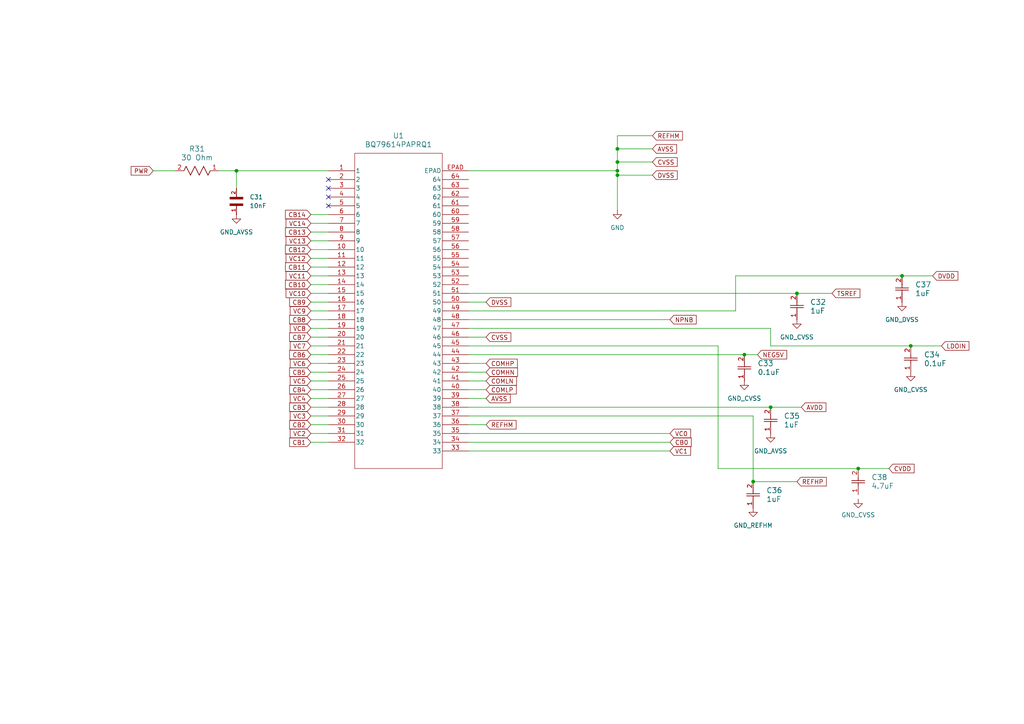
<source format=kicad_sch>
(kicad_sch
	(version 20231120)
	(generator "eeschema")
	(generator_version "8.0")
	(uuid "0a7b1266-c981-4611-9262-7be1f3620b40")
	(paper "A4")
	(title_block
		(title "BQ79614 Peripheral")
	)
	(lib_symbols
		(symbol "2024-09-23_21-40-18:BQ79614PAPRQ1"
			(pin_names
				(offset 0.254)
			)
			(exclude_from_sim no)
			(in_bom yes)
			(on_board yes)
			(property "Reference" "U"
				(at 20.32 10.16 0)
				(effects
					(font
						(size 1.524 1.524)
					)
				)
			)
			(property "Value" "BQ79614PAPRQ1"
				(at 20.32 7.62 0)
				(effects
					(font
						(size 1.524 1.524)
					)
				)
			)
			(property "Footprint" "QFP_4PAPRQ1_TEX"
				(at 0 0 0)
				(effects
					(font
						(size 1.27 1.27)
						(italic yes)
					)
					(hide yes)
				)
			)
			(property "Datasheet" "BQ79614PAPRQ1"
				(at 0 0 0)
				(effects
					(font
						(size 1.27 1.27)
						(italic yes)
					)
					(hide yes)
				)
			)
			(property "Description" ""
				(at 0 0 0)
				(effects
					(font
						(size 1.27 1.27)
					)
					(hide yes)
				)
			)
			(property "ki_locked" ""
				(at 0 0 0)
				(effects
					(font
						(size 1.27 1.27)
					)
				)
			)
			(property "ki_keywords" "BQ79614PAPRQ1"
				(at 0 0 0)
				(effects
					(font
						(size 1.27 1.27)
					)
					(hide yes)
				)
			)
			(property "ki_fp_filters" "QFP_4PAPRQ1_TEX QFP_4PAPRQ1_TEX-M QFP_4PAPRQ1_TEX-L"
				(at 0 0 0)
				(effects
					(font
						(size 1.27 1.27)
					)
					(hide yes)
				)
			)
			(symbol "BQ79614PAPRQ1_0_1"
				(polyline
					(pts
						(xy 7.62 -86.36) (xy 33.02 -86.36)
					)
					(stroke
						(width 0.127)
						(type default)
					)
					(fill
						(type none)
					)
				)
				(polyline
					(pts
						(xy 7.62 5.08) (xy 7.62 -86.36)
					)
					(stroke
						(width 0.127)
						(type default)
					)
					(fill
						(type none)
					)
				)
				(polyline
					(pts
						(xy 33.02 -86.36) (xy 33.02 5.08)
					)
					(stroke
						(width 0.127)
						(type default)
					)
					(fill
						(type none)
					)
				)
				(polyline
					(pts
						(xy 33.02 5.08) (xy 7.62 5.08)
					)
					(stroke
						(width 0.127)
						(type default)
					)
					(fill
						(type none)
					)
				)
				(pin unspecified line
					(at 0 0 0)
					(length 7.62)
					(name "1"
						(effects
							(font
								(size 1.27 1.27)
							)
						)
					)
					(number "1"
						(effects
							(font
								(size 1.27 1.27)
							)
						)
					)
				)
				(pin unspecified line
					(at 0 -22.86 0)
					(length 7.62)
					(name "10"
						(effects
							(font
								(size 1.27 1.27)
							)
						)
					)
					(number "10"
						(effects
							(font
								(size 1.27 1.27)
							)
						)
					)
				)
				(pin unspecified line
					(at 0 -25.4 0)
					(length 7.62)
					(name "11"
						(effects
							(font
								(size 1.27 1.27)
							)
						)
					)
					(number "11"
						(effects
							(font
								(size 1.27 1.27)
							)
						)
					)
				)
				(pin unspecified line
					(at 0 -27.94 0)
					(length 7.62)
					(name "12"
						(effects
							(font
								(size 1.27 1.27)
							)
						)
					)
					(number "12"
						(effects
							(font
								(size 1.27 1.27)
							)
						)
					)
				)
				(pin unspecified line
					(at 0 -30.48 0)
					(length 7.62)
					(name "13"
						(effects
							(font
								(size 1.27 1.27)
							)
						)
					)
					(number "13"
						(effects
							(font
								(size 1.27 1.27)
							)
						)
					)
				)
				(pin unspecified line
					(at 0 -33.02 0)
					(length 7.62)
					(name "14"
						(effects
							(font
								(size 1.27 1.27)
							)
						)
					)
					(number "14"
						(effects
							(font
								(size 1.27 1.27)
							)
						)
					)
				)
				(pin unspecified line
					(at 0 -35.56 0)
					(length 7.62)
					(name "15"
						(effects
							(font
								(size 1.27 1.27)
							)
						)
					)
					(number "15"
						(effects
							(font
								(size 1.27 1.27)
							)
						)
					)
				)
				(pin unspecified line
					(at 0 -38.1 0)
					(length 7.62)
					(name "16"
						(effects
							(font
								(size 1.27 1.27)
							)
						)
					)
					(number "16"
						(effects
							(font
								(size 1.27 1.27)
							)
						)
					)
				)
				(pin unspecified line
					(at 0 -40.64 0)
					(length 7.62)
					(name "17"
						(effects
							(font
								(size 1.27 1.27)
							)
						)
					)
					(number "17"
						(effects
							(font
								(size 1.27 1.27)
							)
						)
					)
				)
				(pin unspecified line
					(at 0 -43.18 0)
					(length 7.62)
					(name "18"
						(effects
							(font
								(size 1.27 1.27)
							)
						)
					)
					(number "18"
						(effects
							(font
								(size 1.27 1.27)
							)
						)
					)
				)
				(pin unspecified line
					(at 0 -45.72 0)
					(length 7.62)
					(name "19"
						(effects
							(font
								(size 1.27 1.27)
							)
						)
					)
					(number "19"
						(effects
							(font
								(size 1.27 1.27)
							)
						)
					)
				)
				(pin unspecified line
					(at 0 -2.54 0)
					(length 7.62)
					(name "2"
						(effects
							(font
								(size 1.27 1.27)
							)
						)
					)
					(number "2"
						(effects
							(font
								(size 1.27 1.27)
							)
						)
					)
				)
				(pin unspecified line
					(at 0 -48.26 0)
					(length 7.62)
					(name "20"
						(effects
							(font
								(size 1.27 1.27)
							)
						)
					)
					(number "20"
						(effects
							(font
								(size 1.27 1.27)
							)
						)
					)
				)
				(pin unspecified line
					(at 0 -50.8 0)
					(length 7.62)
					(name "21"
						(effects
							(font
								(size 1.27 1.27)
							)
						)
					)
					(number "21"
						(effects
							(font
								(size 1.27 1.27)
							)
						)
					)
				)
				(pin unspecified line
					(at 0 -53.34 0)
					(length 7.62)
					(name "22"
						(effects
							(font
								(size 1.27 1.27)
							)
						)
					)
					(number "22"
						(effects
							(font
								(size 1.27 1.27)
							)
						)
					)
				)
				(pin unspecified line
					(at 0 -55.88 0)
					(length 7.62)
					(name "23"
						(effects
							(font
								(size 1.27 1.27)
							)
						)
					)
					(number "23"
						(effects
							(font
								(size 1.27 1.27)
							)
						)
					)
				)
				(pin unspecified line
					(at 0 -58.42 0)
					(length 7.62)
					(name "24"
						(effects
							(font
								(size 1.27 1.27)
							)
						)
					)
					(number "24"
						(effects
							(font
								(size 1.27 1.27)
							)
						)
					)
				)
				(pin unspecified line
					(at 0 -60.96 0)
					(length 7.62)
					(name "25"
						(effects
							(font
								(size 1.27 1.27)
							)
						)
					)
					(number "25"
						(effects
							(font
								(size 1.27 1.27)
							)
						)
					)
				)
				(pin unspecified line
					(at 0 -63.5 0)
					(length 7.62)
					(name "26"
						(effects
							(font
								(size 1.27 1.27)
							)
						)
					)
					(number "26"
						(effects
							(font
								(size 1.27 1.27)
							)
						)
					)
				)
				(pin unspecified line
					(at 0 -66.04 0)
					(length 7.62)
					(name "27"
						(effects
							(font
								(size 1.27 1.27)
							)
						)
					)
					(number "27"
						(effects
							(font
								(size 1.27 1.27)
							)
						)
					)
				)
				(pin unspecified line
					(at 0 -68.58 0)
					(length 7.62)
					(name "28"
						(effects
							(font
								(size 1.27 1.27)
							)
						)
					)
					(number "28"
						(effects
							(font
								(size 1.27 1.27)
							)
						)
					)
				)
				(pin unspecified line
					(at 0 -71.12 0)
					(length 7.62)
					(name "29"
						(effects
							(font
								(size 1.27 1.27)
							)
						)
					)
					(number "29"
						(effects
							(font
								(size 1.27 1.27)
							)
						)
					)
				)
				(pin unspecified line
					(at 0 -5.08 0)
					(length 7.62)
					(name "3"
						(effects
							(font
								(size 1.27 1.27)
							)
						)
					)
					(number "3"
						(effects
							(font
								(size 1.27 1.27)
							)
						)
					)
				)
				(pin unspecified line
					(at 0 -73.66 0)
					(length 7.62)
					(name "30"
						(effects
							(font
								(size 1.27 1.27)
							)
						)
					)
					(number "30"
						(effects
							(font
								(size 1.27 1.27)
							)
						)
					)
				)
				(pin unspecified line
					(at 0 -76.2 0)
					(length 7.62)
					(name "31"
						(effects
							(font
								(size 1.27 1.27)
							)
						)
					)
					(number "31"
						(effects
							(font
								(size 1.27 1.27)
							)
						)
					)
				)
				(pin unspecified line
					(at 0 -78.74 0)
					(length 7.62)
					(name "32"
						(effects
							(font
								(size 1.27 1.27)
							)
						)
					)
					(number "32"
						(effects
							(font
								(size 1.27 1.27)
							)
						)
					)
				)
				(pin unspecified line
					(at 40.64 -81.28 180)
					(length 7.62)
					(name "33"
						(effects
							(font
								(size 1.27 1.27)
							)
						)
					)
					(number "33"
						(effects
							(font
								(size 1.27 1.27)
							)
						)
					)
				)
				(pin unspecified line
					(at 40.64 -78.74 180)
					(length 7.62)
					(name "34"
						(effects
							(font
								(size 1.27 1.27)
							)
						)
					)
					(number "34"
						(effects
							(font
								(size 1.27 1.27)
							)
						)
					)
				)
				(pin unspecified line
					(at 40.64 -76.2 180)
					(length 7.62)
					(name "35"
						(effects
							(font
								(size 1.27 1.27)
							)
						)
					)
					(number "35"
						(effects
							(font
								(size 1.27 1.27)
							)
						)
					)
				)
				(pin unspecified line
					(at 40.64 -73.66 180)
					(length 7.62)
					(name "36"
						(effects
							(font
								(size 1.27 1.27)
							)
						)
					)
					(number "36"
						(effects
							(font
								(size 1.27 1.27)
							)
						)
					)
				)
				(pin unspecified line
					(at 40.64 -71.12 180)
					(length 7.62)
					(name "37"
						(effects
							(font
								(size 1.27 1.27)
							)
						)
					)
					(number "37"
						(effects
							(font
								(size 1.27 1.27)
							)
						)
					)
				)
				(pin unspecified line
					(at 40.64 -68.58 180)
					(length 7.62)
					(name "38"
						(effects
							(font
								(size 1.27 1.27)
							)
						)
					)
					(number "38"
						(effects
							(font
								(size 1.27 1.27)
							)
						)
					)
				)
				(pin unspecified line
					(at 40.64 -66.04 180)
					(length 7.62)
					(name "39"
						(effects
							(font
								(size 1.27 1.27)
							)
						)
					)
					(number "39"
						(effects
							(font
								(size 1.27 1.27)
							)
						)
					)
				)
				(pin unspecified line
					(at 0 -7.62 0)
					(length 7.62)
					(name "4"
						(effects
							(font
								(size 1.27 1.27)
							)
						)
					)
					(number "4"
						(effects
							(font
								(size 1.27 1.27)
							)
						)
					)
				)
				(pin unspecified line
					(at 40.64 -63.5 180)
					(length 7.62)
					(name "40"
						(effects
							(font
								(size 1.27 1.27)
							)
						)
					)
					(number "40"
						(effects
							(font
								(size 1.27 1.27)
							)
						)
					)
				)
				(pin unspecified line
					(at 40.64 -60.96 180)
					(length 7.62)
					(name "41"
						(effects
							(font
								(size 1.27 1.27)
							)
						)
					)
					(number "41"
						(effects
							(font
								(size 1.27 1.27)
							)
						)
					)
				)
				(pin unspecified line
					(at 40.64 -58.42 180)
					(length 7.62)
					(name "42"
						(effects
							(font
								(size 1.27 1.27)
							)
						)
					)
					(number "42"
						(effects
							(font
								(size 1.27 1.27)
							)
						)
					)
				)
				(pin unspecified line
					(at 40.64 -55.88 180)
					(length 7.62)
					(name "43"
						(effects
							(font
								(size 1.27 1.27)
							)
						)
					)
					(number "43"
						(effects
							(font
								(size 1.27 1.27)
							)
						)
					)
				)
				(pin unspecified line
					(at 40.64 -53.34 180)
					(length 7.62)
					(name "44"
						(effects
							(font
								(size 1.27 1.27)
							)
						)
					)
					(number "44"
						(effects
							(font
								(size 1.27 1.27)
							)
						)
					)
				)
				(pin unspecified line
					(at 40.64 -50.8 180)
					(length 7.62)
					(name "45"
						(effects
							(font
								(size 1.27 1.27)
							)
						)
					)
					(number "45"
						(effects
							(font
								(size 1.27 1.27)
							)
						)
					)
				)
				(pin unspecified line
					(at 40.64 -48.26 180)
					(length 7.62)
					(name "46"
						(effects
							(font
								(size 1.27 1.27)
							)
						)
					)
					(number "46"
						(effects
							(font
								(size 1.27 1.27)
							)
						)
					)
				)
				(pin unspecified line
					(at 40.64 -45.72 180)
					(length 7.62)
					(name "47"
						(effects
							(font
								(size 1.27 1.27)
							)
						)
					)
					(number "47"
						(effects
							(font
								(size 1.27 1.27)
							)
						)
					)
				)
				(pin unspecified line
					(at 40.64 -43.18 180)
					(length 7.62)
					(name "48"
						(effects
							(font
								(size 1.27 1.27)
							)
						)
					)
					(number "48"
						(effects
							(font
								(size 1.27 1.27)
							)
						)
					)
				)
				(pin unspecified line
					(at 40.64 -40.64 180)
					(length 7.62)
					(name "49"
						(effects
							(font
								(size 1.27 1.27)
							)
						)
					)
					(number "49"
						(effects
							(font
								(size 1.27 1.27)
							)
						)
					)
				)
				(pin unspecified line
					(at 0 -10.16 0)
					(length 7.62)
					(name "5"
						(effects
							(font
								(size 1.27 1.27)
							)
						)
					)
					(number "5"
						(effects
							(font
								(size 1.27 1.27)
							)
						)
					)
				)
				(pin unspecified line
					(at 40.64 -38.1 180)
					(length 7.62)
					(name "50"
						(effects
							(font
								(size 1.27 1.27)
							)
						)
					)
					(number "50"
						(effects
							(font
								(size 1.27 1.27)
							)
						)
					)
				)
				(pin unspecified line
					(at 40.64 -35.56 180)
					(length 7.62)
					(name "51"
						(effects
							(font
								(size 1.27 1.27)
							)
						)
					)
					(number "51"
						(effects
							(font
								(size 1.27 1.27)
							)
						)
					)
				)
				(pin unspecified line
					(at 40.64 -33.02 180)
					(length 7.62)
					(name "52"
						(effects
							(font
								(size 1.27 1.27)
							)
						)
					)
					(number "52"
						(effects
							(font
								(size 1.27 1.27)
							)
						)
					)
				)
				(pin unspecified line
					(at 40.64 -30.48 180)
					(length 7.62)
					(name "53"
						(effects
							(font
								(size 1.27 1.27)
							)
						)
					)
					(number "53"
						(effects
							(font
								(size 1.27 1.27)
							)
						)
					)
				)
				(pin unspecified line
					(at 40.64 -27.94 180)
					(length 7.62)
					(name "54"
						(effects
							(font
								(size 1.27 1.27)
							)
						)
					)
					(number "54"
						(effects
							(font
								(size 1.27 1.27)
							)
						)
					)
				)
				(pin unspecified line
					(at 40.64 -25.4 180)
					(length 7.62)
					(name "55"
						(effects
							(font
								(size 1.27 1.27)
							)
						)
					)
					(number "55"
						(effects
							(font
								(size 1.27 1.27)
							)
						)
					)
				)
				(pin unspecified line
					(at 40.64 -22.86 180)
					(length 7.62)
					(name "56"
						(effects
							(font
								(size 1.27 1.27)
							)
						)
					)
					(number "56"
						(effects
							(font
								(size 1.27 1.27)
							)
						)
					)
				)
				(pin unspecified line
					(at 40.64 -20.32 180)
					(length 7.62)
					(name "57"
						(effects
							(font
								(size 1.27 1.27)
							)
						)
					)
					(number "57"
						(effects
							(font
								(size 1.27 1.27)
							)
						)
					)
				)
				(pin unspecified line
					(at 40.64 -17.78 180)
					(length 7.62)
					(name "58"
						(effects
							(font
								(size 1.27 1.27)
							)
						)
					)
					(number "58"
						(effects
							(font
								(size 1.27 1.27)
							)
						)
					)
				)
				(pin unspecified line
					(at 40.64 -15.24 180)
					(length 7.62)
					(name "59"
						(effects
							(font
								(size 1.27 1.27)
							)
						)
					)
					(number "59"
						(effects
							(font
								(size 1.27 1.27)
							)
						)
					)
				)
				(pin unspecified line
					(at 0 -12.7 0)
					(length 7.62)
					(name "6"
						(effects
							(font
								(size 1.27 1.27)
							)
						)
					)
					(number "6"
						(effects
							(font
								(size 1.27 1.27)
							)
						)
					)
				)
				(pin unspecified line
					(at 40.64 -12.7 180)
					(length 7.62)
					(name "60"
						(effects
							(font
								(size 1.27 1.27)
							)
						)
					)
					(number "60"
						(effects
							(font
								(size 1.27 1.27)
							)
						)
					)
				)
				(pin unspecified line
					(at 40.64 -10.16 180)
					(length 7.62)
					(name "61"
						(effects
							(font
								(size 1.27 1.27)
							)
						)
					)
					(number "61"
						(effects
							(font
								(size 1.27 1.27)
							)
						)
					)
				)
				(pin unspecified line
					(at 40.64 -7.62 180)
					(length 7.62)
					(name "62"
						(effects
							(font
								(size 1.27 1.27)
							)
						)
					)
					(number "62"
						(effects
							(font
								(size 1.27 1.27)
							)
						)
					)
				)
				(pin unspecified line
					(at 40.64 -5.08 180)
					(length 7.62)
					(name "63"
						(effects
							(font
								(size 1.27 1.27)
							)
						)
					)
					(number "63"
						(effects
							(font
								(size 1.27 1.27)
							)
						)
					)
				)
				(pin unspecified line
					(at 40.64 -2.54 180)
					(length 7.62)
					(name "64"
						(effects
							(font
								(size 1.27 1.27)
							)
						)
					)
					(number "64"
						(effects
							(font
								(size 1.27 1.27)
							)
						)
					)
				)
				(pin unspecified line
					(at 0 -15.24 0)
					(length 7.62)
					(name "7"
						(effects
							(font
								(size 1.27 1.27)
							)
						)
					)
					(number "7"
						(effects
							(font
								(size 1.27 1.27)
							)
						)
					)
				)
				(pin unspecified line
					(at 0 -17.78 0)
					(length 7.62)
					(name "8"
						(effects
							(font
								(size 1.27 1.27)
							)
						)
					)
					(number "8"
						(effects
							(font
								(size 1.27 1.27)
							)
						)
					)
				)
				(pin unspecified line
					(at 0 -20.32 0)
					(length 7.62)
					(name "9"
						(effects
							(font
								(size 1.27 1.27)
							)
						)
					)
					(number "9"
						(effects
							(font
								(size 1.27 1.27)
							)
						)
					)
				)
				(pin unspecified line
					(at 40.64 0 180)
					(length 7.62)
					(name "EPAD"
						(effects
							(font
								(size 1.27 1.27)
							)
						)
					)
					(number "EPAD"
						(effects
							(font
								(size 1.27 1.27)
							)
						)
					)
				)
			)
		)
		(symbol "2024-10-08_19-57-08:ERJ-3EKF30R0V"
			(pin_names
				(offset 0.254)
			)
			(exclude_from_sim no)
			(in_bom yes)
			(on_board yes)
			(property "Reference" "R"
				(at 5.715 3.81 0)
				(effects
					(font
						(size 1.524 1.524)
					)
				)
			)
			(property "Value" "ERJ-3EKF30R0V"
				(at 6.35 -3.81 0)
				(effects
					(font
						(size 1.524 1.524)
					)
				)
			)
			(property "Footprint" "RC0603N_PAN"
				(at 0 0 0)
				(effects
					(font
						(size 1.27 1.27)
						(italic yes)
					)
					(hide yes)
				)
			)
			(property "Datasheet" "ERJ-3EKF30R0V"
				(at 0 0 0)
				(effects
					(font
						(size 1.27 1.27)
						(italic yes)
					)
					(hide yes)
				)
			)
			(property "Description" ""
				(at 0 0 0)
				(effects
					(font
						(size 1.27 1.27)
					)
					(hide yes)
				)
			)
			(property "ki_locked" ""
				(at 0 0 0)
				(effects
					(font
						(size 1.27 1.27)
					)
				)
			)
			(property "ki_keywords" "ERJ-3EKF30R0V"
				(at 0 0 0)
				(effects
					(font
						(size 1.27 1.27)
					)
					(hide yes)
				)
			)
			(property "ki_fp_filters" "RC0603N_PAN RC0603N_PAN-M RC0603N_PAN-L"
				(at 0 0 0)
				(effects
					(font
						(size 1.27 1.27)
					)
					(hide yes)
				)
			)
			(symbol "ERJ-3EKF30R0V_1_1"
				(polyline
					(pts
						(xy 2.54 0) (xy 3.175 1.27)
					)
					(stroke
						(width 0.2032)
						(type default)
					)
					(fill
						(type none)
					)
				)
				(polyline
					(pts
						(xy 3.175 1.27) (xy 4.445 -1.27)
					)
					(stroke
						(width 0.2032)
						(type default)
					)
					(fill
						(type none)
					)
				)
				(polyline
					(pts
						(xy 4.445 -1.27) (xy 5.715 1.27)
					)
					(stroke
						(width 0.2032)
						(type default)
					)
					(fill
						(type none)
					)
				)
				(polyline
					(pts
						(xy 5.715 1.27) (xy 6.985 -1.27)
					)
					(stroke
						(width 0.2032)
						(type default)
					)
					(fill
						(type none)
					)
				)
				(polyline
					(pts
						(xy 6.985 -1.27) (xy 8.255 1.27)
					)
					(stroke
						(width 0.2032)
						(type default)
					)
					(fill
						(type none)
					)
				)
				(polyline
					(pts
						(xy 8.255 1.27) (xy 9.525 -1.27)
					)
					(stroke
						(width 0.2032)
						(type default)
					)
					(fill
						(type none)
					)
				)
				(polyline
					(pts
						(xy 9.525 -1.27) (xy 10.16 0)
					)
					(stroke
						(width 0.2032)
						(type default)
					)
					(fill
						(type none)
					)
				)
				(pin unspecified line
					(at 12.7 0 180)
					(length 2.54)
					(name ""
						(effects
							(font
								(size 1.27 1.27)
							)
						)
					)
					(number "1"
						(effects
							(font
								(size 1.27 1.27)
							)
						)
					)
				)
				(pin unspecified line
					(at 0 0 0)
					(length 2.54)
					(name ""
						(effects
							(font
								(size 1.27 1.27)
							)
						)
					)
					(number "2"
						(effects
							(font
								(size 1.27 1.27)
							)
						)
					)
				)
			)
			(symbol "ERJ-3EKF30R0V_1_2"
				(polyline
					(pts
						(xy -1.27 3.175) (xy 1.27 4.445)
					)
					(stroke
						(width 0.2032)
						(type default)
					)
					(fill
						(type none)
					)
				)
				(polyline
					(pts
						(xy -1.27 5.715) (xy 1.27 6.985)
					)
					(stroke
						(width 0.2032)
						(type default)
					)
					(fill
						(type none)
					)
				)
				(polyline
					(pts
						(xy -1.27 8.255) (xy 1.27 9.525)
					)
					(stroke
						(width 0.2032)
						(type default)
					)
					(fill
						(type none)
					)
				)
				(polyline
					(pts
						(xy 0 2.54) (xy -1.27 3.175)
					)
					(stroke
						(width 0.2032)
						(type default)
					)
					(fill
						(type none)
					)
				)
				(polyline
					(pts
						(xy 1.27 4.445) (xy -1.27 5.715)
					)
					(stroke
						(width 0.2032)
						(type default)
					)
					(fill
						(type none)
					)
				)
				(polyline
					(pts
						(xy 1.27 6.985) (xy -1.27 8.255)
					)
					(stroke
						(width 0.2032)
						(type default)
					)
					(fill
						(type none)
					)
				)
				(polyline
					(pts
						(xy 1.27 9.525) (xy 0 10.16)
					)
					(stroke
						(width 0.2032)
						(type default)
					)
					(fill
						(type none)
					)
				)
				(pin unspecified line
					(at 0 12.7 270)
					(length 2.54)
					(name ""
						(effects
							(font
								(size 1.27 1.27)
							)
						)
					)
					(number "1"
						(effects
							(font
								(size 1.27 1.27)
							)
						)
					)
				)
				(pin unspecified line
					(at 0 0 90)
					(length 2.54)
					(name ""
						(effects
							(font
								(size 1.27 1.27)
							)
						)
					)
					(number "2"
						(effects
							(font
								(size 1.27 1.27)
							)
						)
					)
				)
			)
		)
		(symbol "C0603C105K8RACAUTO:C0603C105K8RACAUTO"
			(pin_names
				(offset 0.254)
			)
			(exclude_from_sim no)
			(in_bom yes)
			(on_board yes)
			(property "Reference" "C"
				(at 3.81 3.81 0)
				(effects
					(font
						(size 1.524 1.524)
					)
				)
			)
			(property "Value" "C0603C105K8RACAUTO"
				(at 3.81 -3.81 0)
				(effects
					(font
						(size 1.524 1.524)
					)
				)
			)
			(property "Footprint" "CAPC18095_95N_KEM"
				(at 0 0 0)
				(effects
					(font
						(size 1.27 1.27)
						(italic yes)
					)
					(hide yes)
				)
			)
			(property "Datasheet" "C0603C105K8RACAUTO"
				(at 0 0 0)
				(effects
					(font
						(size 1.27 1.27)
						(italic yes)
					)
					(hide yes)
				)
			)
			(property "Description" ""
				(at 0 0 0)
				(effects
					(font
						(size 1.27 1.27)
					)
					(hide yes)
				)
			)
			(property "ki_locked" ""
				(at 0 0 0)
				(effects
					(font
						(size 1.27 1.27)
					)
				)
			)
			(property "ki_keywords" "C0603C105K8RACAUTO"
				(at 0 0 0)
				(effects
					(font
						(size 1.27 1.27)
					)
					(hide yes)
				)
			)
			(property "ki_fp_filters" "CAPC18095_95N_KEM CAPC18095_95N_KEM-M CAPC18095_95N_KEM-L"
				(at 0 0 0)
				(effects
					(font
						(size 1.27 1.27)
					)
					(hide yes)
				)
			)
			(symbol "C0603C105K8RACAUTO_1_1"
				(polyline
					(pts
						(xy 2.54 0) (xy 3.4798 0)
					)
					(stroke
						(width 0.2032)
						(type default)
					)
					(fill
						(type none)
					)
				)
				(polyline
					(pts
						(xy 3.4798 -1.905) (xy 3.4798 1.905)
					)
					(stroke
						(width 0.2032)
						(type default)
					)
					(fill
						(type none)
					)
				)
				(polyline
					(pts
						(xy 4.1148 -1.905) (xy 4.1148 1.905)
					)
					(stroke
						(width 0.2032)
						(type default)
					)
					(fill
						(type none)
					)
				)
				(polyline
					(pts
						(xy 4.1148 0) (xy 5.08 0)
					)
					(stroke
						(width 0.2032)
						(type default)
					)
					(fill
						(type none)
					)
				)
				(pin unspecified line
					(at 0 0 0)
					(length 2.54)
					(name ""
						(effects
							(font
								(size 1.27 1.27)
							)
						)
					)
					(number "1"
						(effects
							(font
								(size 1.27 1.27)
							)
						)
					)
				)
				(pin unspecified line
					(at 7.62 0 180)
					(length 2.54)
					(name ""
						(effects
							(font
								(size 1.27 1.27)
							)
						)
					)
					(number "2"
						(effects
							(font
								(size 1.27 1.27)
							)
						)
					)
				)
			)
			(symbol "C0603C105K8RACAUTO_1_2"
				(polyline
					(pts
						(xy -1.905 -4.1148) (xy 1.905 -4.1148)
					)
					(stroke
						(width 0.2032)
						(type default)
					)
					(fill
						(type none)
					)
				)
				(polyline
					(pts
						(xy -1.905 -3.4798) (xy 1.905 -3.4798)
					)
					(stroke
						(width 0.2032)
						(type default)
					)
					(fill
						(type none)
					)
				)
				(polyline
					(pts
						(xy 0 -4.1148) (xy 0 -5.08)
					)
					(stroke
						(width 0.2032)
						(type default)
					)
					(fill
						(type none)
					)
				)
				(polyline
					(pts
						(xy 0 -2.54) (xy 0 -3.4798)
					)
					(stroke
						(width 0.2032)
						(type default)
					)
					(fill
						(type none)
					)
				)
				(pin unspecified line
					(at 0 0 270)
					(length 2.54)
					(name ""
						(effects
							(font
								(size 1.27 1.27)
							)
						)
					)
					(number "1"
						(effects
							(font
								(size 1.27 1.27)
							)
						)
					)
				)
				(pin unspecified line
					(at 0 -7.62 90)
					(length 2.54)
					(name ""
						(effects
							(font
								(size 1.27 1.27)
							)
						)
					)
					(number "2"
						(effects
							(font
								(size 1.27 1.27)
							)
						)
					)
				)
			)
		)
		(symbol "C2012X7R1A475M125AC:C2012X7R1A475M125AC"
			(pin_names
				(offset 0.254)
			)
			(exclude_from_sim no)
			(in_bom yes)
			(on_board yes)
			(property "Reference" "C"
				(at 3.81 3.81 0)
				(effects
					(font
						(size 1.524 1.524)
					)
				)
			)
			(property "Value" "C2012X7R1A475M125AC"
				(at 3.81 -3.81 0)
				(effects
					(font
						(size 1.524 1.524)
					)
				)
			)
			(property "Footprint" "CAP_2012_TDK"
				(at 0 0 0)
				(effects
					(font
						(size 1.27 1.27)
						(italic yes)
					)
					(hide yes)
				)
			)
			(property "Datasheet" "C2012X7R1A475M125AC"
				(at 0 0 0)
				(effects
					(font
						(size 1.27 1.27)
						(italic yes)
					)
					(hide yes)
				)
			)
			(property "Description" ""
				(at 0 0 0)
				(effects
					(font
						(size 1.27 1.27)
					)
					(hide yes)
				)
			)
			(property "ki_locked" ""
				(at 0 0 0)
				(effects
					(font
						(size 1.27 1.27)
					)
				)
			)
			(property "ki_keywords" "C2012X7R1A475M125AC"
				(at 0 0 0)
				(effects
					(font
						(size 1.27 1.27)
					)
					(hide yes)
				)
			)
			(property "ki_fp_filters" "CAP_2012_TDK CAP_2012_TDK-M CAP_2012_TDK-L"
				(at 0 0 0)
				(effects
					(font
						(size 1.27 1.27)
					)
					(hide yes)
				)
			)
			(symbol "C2012X7R1A475M125AC_1_1"
				(polyline
					(pts
						(xy 2.54 0) (xy 3.4798 0)
					)
					(stroke
						(width 0.2032)
						(type default)
					)
					(fill
						(type none)
					)
				)
				(polyline
					(pts
						(xy 3.4798 -1.905) (xy 3.4798 1.905)
					)
					(stroke
						(width 0.2032)
						(type default)
					)
					(fill
						(type none)
					)
				)
				(polyline
					(pts
						(xy 4.1148 -1.905) (xy 4.1148 1.905)
					)
					(stroke
						(width 0.2032)
						(type default)
					)
					(fill
						(type none)
					)
				)
				(polyline
					(pts
						(xy 4.1148 0) (xy 5.08 0)
					)
					(stroke
						(width 0.2032)
						(type default)
					)
					(fill
						(type none)
					)
				)
				(pin unspecified line
					(at 0 0 0)
					(length 2.54)
					(name ""
						(effects
							(font
								(size 1.27 1.27)
							)
						)
					)
					(number "1"
						(effects
							(font
								(size 1.27 1.27)
							)
						)
					)
				)
				(pin unspecified line
					(at 7.62 0 180)
					(length 2.54)
					(name ""
						(effects
							(font
								(size 1.27 1.27)
							)
						)
					)
					(number "2"
						(effects
							(font
								(size 1.27 1.27)
							)
						)
					)
				)
			)
			(symbol "C2012X7R1A475M125AC_1_2"
				(polyline
					(pts
						(xy -1.905 -4.1148) (xy 1.905 -4.1148)
					)
					(stroke
						(width 0.2032)
						(type default)
					)
					(fill
						(type none)
					)
				)
				(polyline
					(pts
						(xy -1.905 -3.4798) (xy 1.905 -3.4798)
					)
					(stroke
						(width 0.2032)
						(type default)
					)
					(fill
						(type none)
					)
				)
				(polyline
					(pts
						(xy 0 -4.1148) (xy 0 -5.08)
					)
					(stroke
						(width 0.2032)
						(type default)
					)
					(fill
						(type none)
					)
				)
				(polyline
					(pts
						(xy 0 -2.54) (xy 0 -3.4798)
					)
					(stroke
						(width 0.2032)
						(type default)
					)
					(fill
						(type none)
					)
				)
				(pin unspecified line
					(at 0 0 270)
					(length 2.54)
					(name ""
						(effects
							(font
								(size 1.27 1.27)
							)
						)
					)
					(number "1"
						(effects
							(font
								(size 1.27 1.27)
							)
						)
					)
				)
				(pin unspecified line
					(at 0 -7.62 90)
					(length 2.54)
					(name ""
						(effects
							(font
								(size 1.27 1.27)
							)
						)
					)
					(number "2"
						(effects
							(font
								(size 1.27 1.27)
							)
						)
					)
				)
			)
		)
		(symbol "GCM155R71A104KA55D:GCM155R71A104KA55D"
			(pin_names
				(offset 0.254)
			)
			(exclude_from_sim no)
			(in_bom yes)
			(on_board yes)
			(property "Reference" "C"
				(at 3.81 3.81 0)
				(effects
					(font
						(size 1.524 1.524)
					)
				)
			)
			(property "Value" "GCM155R71A104KA55D"
				(at 3.81 -3.81 0)
				(effects
					(font
						(size 1.524 1.524)
					)
				)
			)
			(property "Footprint" "CAP_GCM15_1p05X0p55X0p55_MUR"
				(at 0 0 0)
				(effects
					(font
						(size 1.27 1.27)
						(italic yes)
					)
					(hide yes)
				)
			)
			(property "Datasheet" "GCM155R71A104KA55D"
				(at 0 0 0)
				(effects
					(font
						(size 1.27 1.27)
						(italic yes)
					)
					(hide yes)
				)
			)
			(property "Description" ""
				(at 0 0 0)
				(effects
					(font
						(size 1.27 1.27)
					)
					(hide yes)
				)
			)
			(property "ki_locked" ""
				(at 0 0 0)
				(effects
					(font
						(size 1.27 1.27)
					)
				)
			)
			(property "ki_keywords" "GCM155R71A104KA55D"
				(at 0 0 0)
				(effects
					(font
						(size 1.27 1.27)
					)
					(hide yes)
				)
			)
			(property "ki_fp_filters" "CAP_GCM15_1p05X0p55X0p55_MUR CAP_GCM15_1p05X0p55X0p55_MUR-M CAP_GCM15_1p05X0p55X0p55_MUR-L"
				(at 0 0 0)
				(effects
					(font
						(size 1.27 1.27)
					)
					(hide yes)
				)
			)
			(symbol "GCM155R71A104KA55D_1_1"
				(polyline
					(pts
						(xy 2.54 0) (xy 3.4798 0)
					)
					(stroke
						(width 0.2032)
						(type default)
					)
					(fill
						(type none)
					)
				)
				(polyline
					(pts
						(xy 3.4798 -1.905) (xy 3.4798 1.905)
					)
					(stroke
						(width 0.2032)
						(type default)
					)
					(fill
						(type none)
					)
				)
				(polyline
					(pts
						(xy 4.1148 -1.905) (xy 4.1148 1.905)
					)
					(stroke
						(width 0.2032)
						(type default)
					)
					(fill
						(type none)
					)
				)
				(polyline
					(pts
						(xy 4.1148 0) (xy 5.08 0)
					)
					(stroke
						(width 0.2032)
						(type default)
					)
					(fill
						(type none)
					)
				)
				(pin unspecified line
					(at 0 0 0)
					(length 2.54)
					(name ""
						(effects
							(font
								(size 1.27 1.27)
							)
						)
					)
					(number "1"
						(effects
							(font
								(size 1.27 1.27)
							)
						)
					)
				)
				(pin unspecified line
					(at 7.62 0 180)
					(length 2.54)
					(name ""
						(effects
							(font
								(size 1.27 1.27)
							)
						)
					)
					(number "2"
						(effects
							(font
								(size 1.27 1.27)
							)
						)
					)
				)
			)
			(symbol "GCM155R71A104KA55D_1_2"
				(polyline
					(pts
						(xy -1.905 -4.1148) (xy 1.905 -4.1148)
					)
					(stroke
						(width 0.2032)
						(type default)
					)
					(fill
						(type none)
					)
				)
				(polyline
					(pts
						(xy -1.905 -3.4798) (xy 1.905 -3.4798)
					)
					(stroke
						(width 0.2032)
						(type default)
					)
					(fill
						(type none)
					)
				)
				(polyline
					(pts
						(xy 0 -4.1148) (xy 0 -5.08)
					)
					(stroke
						(width 0.2032)
						(type default)
					)
					(fill
						(type none)
					)
				)
				(polyline
					(pts
						(xy 0 -2.54) (xy 0 -3.4798)
					)
					(stroke
						(width 0.2032)
						(type default)
					)
					(fill
						(type none)
					)
				)
				(pin unspecified line
					(at 0 0 270)
					(length 2.54)
					(name ""
						(effects
							(font
								(size 1.27 1.27)
							)
						)
					)
					(number "1"
						(effects
							(font
								(size 1.27 1.27)
							)
						)
					)
				)
				(pin unspecified line
					(at 0 -7.62 90)
					(length 2.54)
					(name ""
						(effects
							(font
								(size 1.27 1.27)
							)
						)
					)
					(number "2"
						(effects
							(font
								(size 1.27 1.27)
							)
						)
					)
				)
			)
		)
		(symbol "GCM188R72A103KA37J:GCM188R72A103KA37J"
			(pin_names
				(offset 1.016)
			)
			(exclude_from_sim no)
			(in_bom yes)
			(on_board yes)
			(property "Reference" "C"
				(at 0 3.8109 0)
				(effects
					(font
						(size 1.27 1.27)
					)
					(justify left bottom)
				)
			)
			(property "Value" "GCM188R72A103KA37J"
				(at 0 -5.0885 0)
				(effects
					(font
						(size 1.27 1.27)
					)
					(justify left bottom)
				)
			)
			(property "Footprint" "GCM188R72A103KA37J:CAPC1608X90N"
				(at 0 0 0)
				(effects
					(font
						(size 1.27 1.27)
					)
					(justify bottom)
					(hide yes)
				)
			)
			(property "Datasheet" ""
				(at 0 0 0)
				(effects
					(font
						(size 1.27 1.27)
					)
					(hide yes)
				)
			)
			(property "Description" ""
				(at 0 0 0)
				(effects
					(font
						(size 1.27 1.27)
					)
					(hide yes)
				)
			)
			(symbol "GCM188R72A103KA37J_0_0"
				(rectangle
					(start 0 -1.9069)
					(end 0.635 1.905)
					(stroke
						(width 0.1)
						(type default)
					)
					(fill
						(type outline)
					)
				)
				(rectangle
					(start 1.9069 -1.9069)
					(end 2.54 1.905)
					(stroke
						(width 0.1)
						(type default)
					)
					(fill
						(type outline)
					)
				)
				(pin passive line
					(at -2.54 0 0)
					(length 2.54)
					(name "~"
						(effects
							(font
								(size 1.016 1.016)
							)
						)
					)
					(number "1"
						(effects
							(font
								(size 1.016 1.016)
							)
						)
					)
				)
				(pin passive line
					(at 5.08 0 180)
					(length 2.54)
					(name "~"
						(effects
							(font
								(size 1.016 1.016)
							)
						)
					)
					(number "2"
						(effects
							(font
								(size 1.016 1.016)
							)
						)
					)
				)
			)
		)
		(symbol "power:GND"
			(power)
			(pin_numbers hide)
			(pin_names
				(offset 0) hide)
			(exclude_from_sim no)
			(in_bom yes)
			(on_board yes)
			(property "Reference" "#PWR"
				(at 0 -6.35 0)
				(effects
					(font
						(size 1.27 1.27)
					)
					(hide yes)
				)
			)
			(property "Value" "GND"
				(at 0 -3.81 0)
				(effects
					(font
						(size 1.27 1.27)
					)
				)
			)
			(property "Footprint" ""
				(at 0 0 0)
				(effects
					(font
						(size 1.27 1.27)
					)
					(hide yes)
				)
			)
			(property "Datasheet" ""
				(at 0 0 0)
				(effects
					(font
						(size 1.27 1.27)
					)
					(hide yes)
				)
			)
			(property "Description" "Power symbol creates a global label with name \"GND\" , ground"
				(at 0 0 0)
				(effects
					(font
						(size 1.27 1.27)
					)
					(hide yes)
				)
			)
			(property "ki_keywords" "global power"
				(at 0 0 0)
				(effects
					(font
						(size 1.27 1.27)
					)
					(hide yes)
				)
			)
			(symbol "GND_0_1"
				(polyline
					(pts
						(xy 0 0) (xy 0 -1.27) (xy 1.27 -1.27) (xy 0 -2.54) (xy -1.27 -1.27) (xy 0 -1.27)
					)
					(stroke
						(width 0)
						(type default)
					)
					(fill
						(type none)
					)
				)
			)
			(symbol "GND_1_1"
				(pin power_in line
					(at 0 0 270)
					(length 0)
					(name "~"
						(effects
							(font
								(size 1.27 1.27)
							)
						)
					)
					(number "1"
						(effects
							(font
								(size 1.27 1.27)
							)
						)
					)
				)
			)
		)
		(symbol "power:GND1"
			(power)
			(pin_numbers hide)
			(pin_names
				(offset 0) hide)
			(exclude_from_sim no)
			(in_bom yes)
			(on_board yes)
			(property "Reference" "#PWR"
				(at 0 -6.35 0)
				(effects
					(font
						(size 1.27 1.27)
					)
					(hide yes)
				)
			)
			(property "Value" "GND1"
				(at 0 -3.81 0)
				(effects
					(font
						(size 1.27 1.27)
					)
				)
			)
			(property "Footprint" ""
				(at 0 0 0)
				(effects
					(font
						(size 1.27 1.27)
					)
					(hide yes)
				)
			)
			(property "Datasheet" ""
				(at 0 0 0)
				(effects
					(font
						(size 1.27 1.27)
					)
					(hide yes)
				)
			)
			(property "Description" "Power symbol creates a global label with name \"GND1\" , ground"
				(at 0 0 0)
				(effects
					(font
						(size 1.27 1.27)
					)
					(hide yes)
				)
			)
			(property "ki_keywords" "global power"
				(at 0 0 0)
				(effects
					(font
						(size 1.27 1.27)
					)
					(hide yes)
				)
			)
			(symbol "GND1_0_1"
				(polyline
					(pts
						(xy 0 0) (xy 0 -1.27) (xy 1.27 -1.27) (xy 0 -2.54) (xy -1.27 -1.27) (xy 0 -1.27)
					)
					(stroke
						(width 0)
						(type default)
					)
					(fill
						(type none)
					)
				)
			)
			(symbol "GND1_1_1"
				(pin power_in line
					(at 0 0 270)
					(length 0)
					(name "~"
						(effects
							(font
								(size 1.27 1.27)
							)
						)
					)
					(number "1"
						(effects
							(font
								(size 1.27 1.27)
							)
						)
					)
				)
			)
		)
	)
	(junction
		(at 264.16 100.33)
		(diameter 0)
		(color 0 0 0 0)
		(uuid "09bbdeba-fd68-409f-93c7-b962571d562c")
	)
	(junction
		(at 179.07 46.99)
		(diameter 0)
		(color 0 0 0 0)
		(uuid "09fb10e3-b459-4ae5-baab-31ddb130a697")
	)
	(junction
		(at 261.62 80.01)
		(diameter 0)
		(color 0 0 0 0)
		(uuid "1b92f82a-8e56-4410-9786-f455c7fb2f48")
	)
	(junction
		(at 179.07 50.8)
		(diameter 0)
		(color 0 0 0 0)
		(uuid "4dee0bfa-8c86-4e04-af3f-d543209f1e22")
	)
	(junction
		(at 231.14 85.09)
		(diameter 0)
		(color 0 0 0 0)
		(uuid "59913221-0f5d-4d8b-8ef6-fcb82c3af89a")
	)
	(junction
		(at 179.07 49.53)
		(diameter 0)
		(color 0 0 0 0)
		(uuid "652d3351-b18d-4439-836a-16de7b8cf947")
	)
	(junction
		(at 179.07 43.18)
		(diameter 0)
		(color 0 0 0 0)
		(uuid "6e23ac8b-34ac-4d84-8425-fb43aeae9355")
	)
	(junction
		(at 248.92 135.89)
		(diameter 0)
		(color 0 0 0 0)
		(uuid "958428c6-0266-4c5f-b481-9418188dc7c2")
	)
	(junction
		(at 223.52 118.11)
		(diameter 0)
		(color 0 0 0 0)
		(uuid "ba97cf2b-dc46-4b20-a31c-f129db0b54f9")
	)
	(junction
		(at 68.58 49.53)
		(diameter 0)
		(color 0 0 0 0)
		(uuid "cc7961fa-3a0e-4b66-8131-6141e962aaf7")
	)
	(junction
		(at 218.44 139.7)
		(diameter 0)
		(color 0 0 0 0)
		(uuid "dc1cae96-45cf-4615-9fa1-4865db3eb9a8")
	)
	(junction
		(at 215.9 102.87)
		(diameter 0)
		(color 0 0 0 0)
		(uuid "f2e669b2-68e9-4e55-b8dd-f007f1e8bad2")
	)
	(no_connect
		(at 95.25 54.61)
		(uuid "11102fcb-ccf7-4724-8e52-b2edc6338f2f")
	)
	(no_connect
		(at 95.25 52.07)
		(uuid "6ae38f1d-358e-4638-9ea5-b6cb20b8cab7")
	)
	(no_connect
		(at 95.25 59.69)
		(uuid "e4882f60-cff4-4ae3-a83a-c67fa1841980")
	)
	(no_connect
		(at 95.25 57.15)
		(uuid "f09142a9-13b4-463d-be8d-ee31faea5aa7")
	)
	(wire
		(pts
			(xy 218.44 139.7) (xy 231.14 139.7)
		)
		(stroke
			(width 0)
			(type default)
		)
		(uuid "01facfaf-d3a7-4a54-91e2-763b98cf1d38")
	)
	(wire
		(pts
			(xy 189.23 39.37) (xy 179.07 39.37)
		)
		(stroke
			(width 0)
			(type default)
		)
		(uuid "09509a5f-ac52-4a37-bb40-6d5820b2e2bd")
	)
	(wire
		(pts
			(xy 68.58 49.53) (xy 68.58 54.61)
		)
		(stroke
			(width 0)
			(type default)
		)
		(uuid "0a8a939e-c1a4-4327-8271-d72f22894b10")
	)
	(wire
		(pts
			(xy 135.89 110.49) (xy 140.97 110.49)
		)
		(stroke
			(width 0)
			(type default)
		)
		(uuid "0e52b80a-2fa3-441b-ab8e-92725c64c692")
	)
	(wire
		(pts
			(xy 248.92 135.89) (xy 257.81 135.89)
		)
		(stroke
			(width 0)
			(type default)
		)
		(uuid "132be7c1-afa8-4983-933b-928c45e55b23")
	)
	(wire
		(pts
			(xy 135.89 100.33) (xy 208.28 100.33)
		)
		(stroke
			(width 0)
			(type default)
		)
		(uuid "1697656e-c769-40e2-9dcd-30524597313b")
	)
	(wire
		(pts
			(xy 213.36 90.17) (xy 213.36 80.01)
		)
		(stroke
			(width 0)
			(type default)
		)
		(uuid "16f33351-3e85-4b5c-8f89-b071c87efcb3")
	)
	(wire
		(pts
			(xy 135.89 118.11) (xy 223.52 118.11)
		)
		(stroke
			(width 0)
			(type default)
		)
		(uuid "16f477b8-74c8-490c-8e17-40da638ee3bd")
	)
	(wire
		(pts
			(xy 179.07 49.53) (xy 179.07 50.8)
		)
		(stroke
			(width 0)
			(type default)
		)
		(uuid "18a06861-8faf-4adb-ad6b-c0338b9134fa")
	)
	(wire
		(pts
			(xy 90.17 105.41) (xy 95.25 105.41)
		)
		(stroke
			(width 0)
			(type default)
		)
		(uuid "18ce85c3-8fa1-423c-90dd-c8699bfb6c90")
	)
	(wire
		(pts
			(xy 90.17 102.87) (xy 95.25 102.87)
		)
		(stroke
			(width 0)
			(type default)
		)
		(uuid "1d32a157-4193-4ee2-9710-957f5b6e55e0")
	)
	(wire
		(pts
			(xy 261.62 80.01) (xy 270.51 80.01)
		)
		(stroke
			(width 0)
			(type default)
		)
		(uuid "1dbed85d-2804-4130-8175-cca55d890f0c")
	)
	(wire
		(pts
			(xy 90.17 92.71) (xy 95.25 92.71)
		)
		(stroke
			(width 0)
			(type default)
		)
		(uuid "1e5b498f-8f87-4796-bf5f-11b1adf71422")
	)
	(wire
		(pts
			(xy 90.17 67.31) (xy 95.25 67.31)
		)
		(stroke
			(width 0)
			(type default)
		)
		(uuid "21bf2c87-d0c6-489f-9b81-e3202d5cdf03")
	)
	(wire
		(pts
			(xy 179.07 50.8) (xy 179.07 60.96)
		)
		(stroke
			(width 0)
			(type default)
		)
		(uuid "27390bf6-2815-457d-b72b-65f583b057a2")
	)
	(wire
		(pts
			(xy 90.17 123.19) (xy 95.25 123.19)
		)
		(stroke
			(width 0)
			(type default)
		)
		(uuid "29e85206-7566-4ffe-9918-3a2ea19719ca")
	)
	(wire
		(pts
			(xy 135.89 113.03) (xy 140.97 113.03)
		)
		(stroke
			(width 0)
			(type default)
		)
		(uuid "3401d3e2-02ef-4cac-b737-bf3db1179864")
	)
	(wire
		(pts
			(xy 68.58 49.53) (xy 95.25 49.53)
		)
		(stroke
			(width 0)
			(type default)
		)
		(uuid "36cf0c07-6127-42b0-aeda-21a1ff9518a4")
	)
	(wire
		(pts
			(xy 63.5 49.53) (xy 68.58 49.53)
		)
		(stroke
			(width 0)
			(type default)
		)
		(uuid "374a9683-ca18-4564-a099-b88a53673387")
	)
	(wire
		(pts
			(xy 90.17 85.09) (xy 95.25 85.09)
		)
		(stroke
			(width 0)
			(type default)
		)
		(uuid "38734468-1b6a-4275-998e-908bc68f5cc7")
	)
	(wire
		(pts
			(xy 213.36 80.01) (xy 261.62 80.01)
		)
		(stroke
			(width 0)
			(type default)
		)
		(uuid "39132ecd-5437-4231-a14d-639b02bc5f12")
	)
	(wire
		(pts
			(xy 90.17 115.57) (xy 95.25 115.57)
		)
		(stroke
			(width 0)
			(type default)
		)
		(uuid "398c4a79-a845-40f9-b5a3-a65023bbecc7")
	)
	(wire
		(pts
			(xy 135.89 92.71) (xy 194.31 92.71)
		)
		(stroke
			(width 0)
			(type default)
		)
		(uuid "3db6a86c-92dd-4d49-8d71-6a34e1dc188c")
	)
	(wire
		(pts
			(xy 135.89 128.27) (xy 194.31 128.27)
		)
		(stroke
			(width 0)
			(type default)
		)
		(uuid "3e9dcc46-9b50-4e96-b424-7fa42557e5b9")
	)
	(wire
		(pts
			(xy 90.17 74.93) (xy 95.25 74.93)
		)
		(stroke
			(width 0)
			(type default)
		)
		(uuid "44ede876-d34f-4de9-9bfe-49c0d3f826c0")
	)
	(wire
		(pts
			(xy 208.28 135.89) (xy 248.92 135.89)
		)
		(stroke
			(width 0)
			(type default)
		)
		(uuid "4ce2e9e7-4d95-4f30-8054-fc59280b4023")
	)
	(wire
		(pts
			(xy 90.17 128.27) (xy 95.25 128.27)
		)
		(stroke
			(width 0)
			(type default)
		)
		(uuid "4d56153b-68e1-4f54-92d2-3190517d840d")
	)
	(wire
		(pts
			(xy 135.89 95.25) (xy 223.52 95.25)
		)
		(stroke
			(width 0)
			(type default)
		)
		(uuid "4e60994d-5a67-4304-b89b-8f361151d4ff")
	)
	(wire
		(pts
			(xy 223.52 118.11) (xy 232.41 118.11)
		)
		(stroke
			(width 0)
			(type default)
		)
		(uuid "66730d39-d4f2-45e9-a971-841d3b04329c")
	)
	(wire
		(pts
			(xy 44.45 49.53) (xy 50.8 49.53)
		)
		(stroke
			(width 0)
			(type default)
		)
		(uuid "66c16896-c3d0-44c9-8898-615de1d15008")
	)
	(wire
		(pts
			(xy 219.71 102.87) (xy 215.9 102.87)
		)
		(stroke
			(width 0)
			(type default)
		)
		(uuid "684b6bf1-3737-45b8-81da-20ead18dafdc")
	)
	(wire
		(pts
			(xy 90.17 95.25) (xy 95.25 95.25)
		)
		(stroke
			(width 0)
			(type default)
		)
		(uuid "6932cc94-d5e6-46bc-b77c-bd7968c0ea3c")
	)
	(wire
		(pts
			(xy 264.16 100.33) (xy 273.05 100.33)
		)
		(stroke
			(width 0)
			(type default)
		)
		(uuid "6d0f15f9-092e-4707-9112-365c0a6dd60a")
	)
	(wire
		(pts
			(xy 90.17 69.85) (xy 95.25 69.85)
		)
		(stroke
			(width 0)
			(type default)
		)
		(uuid "72c9a620-1805-4ba9-b7f3-2e9285318405")
	)
	(wire
		(pts
			(xy 135.89 102.87) (xy 215.9 102.87)
		)
		(stroke
			(width 0)
			(type default)
		)
		(uuid "7a608d2c-3907-41fa-a2fc-3f1194591a3f")
	)
	(wire
		(pts
			(xy 223.52 95.25) (xy 223.52 100.33)
		)
		(stroke
			(width 0)
			(type default)
		)
		(uuid "7b199d1c-86d2-4683-bc53-bf3ba7e38fda")
	)
	(wire
		(pts
			(xy 189.23 43.18) (xy 179.07 43.18)
		)
		(stroke
			(width 0)
			(type default)
		)
		(uuid "7c95422c-4dae-4882-9203-6b5439d2dbc6")
	)
	(wire
		(pts
			(xy 179.07 43.18) (xy 179.07 46.99)
		)
		(stroke
			(width 0)
			(type default)
		)
		(uuid "7ccbe857-353d-4ad0-927d-504645a0dae5")
	)
	(wire
		(pts
			(xy 90.17 82.55) (xy 95.25 82.55)
		)
		(stroke
			(width 0)
			(type default)
		)
		(uuid "7d8010cb-17cd-46ba-bca0-d8c3af2900a5")
	)
	(wire
		(pts
			(xy 90.17 77.47) (xy 95.25 77.47)
		)
		(stroke
			(width 0)
			(type default)
		)
		(uuid "7da5818d-ace7-4cff-938e-0f8baf606c4a")
	)
	(wire
		(pts
			(xy 90.17 80.01) (xy 95.25 80.01)
		)
		(stroke
			(width 0)
			(type default)
		)
		(uuid "87ae1864-ffe4-4e09-afd5-fb21ba8b7143")
	)
	(wire
		(pts
			(xy 90.17 62.23) (xy 95.25 62.23)
		)
		(stroke
			(width 0)
			(type default)
		)
		(uuid "886b9dca-0c76-439c-9083-ffc7324d9f57")
	)
	(wire
		(pts
			(xy 90.17 107.95) (xy 95.25 107.95)
		)
		(stroke
			(width 0)
			(type default)
		)
		(uuid "8ca17eec-b504-4e99-9d16-b70fd3c79e88")
	)
	(wire
		(pts
			(xy 135.89 49.53) (xy 179.07 49.53)
		)
		(stroke
			(width 0)
			(type default)
		)
		(uuid "910df4ff-4ac1-4beb-9ced-a11f9fd7f01e")
	)
	(wire
		(pts
			(xy 90.17 64.77) (xy 95.25 64.77)
		)
		(stroke
			(width 0)
			(type default)
		)
		(uuid "92b3c4bb-5ac9-4bb1-81a0-0dad54222880")
	)
	(wire
		(pts
			(xy 90.17 118.11) (xy 95.25 118.11)
		)
		(stroke
			(width 0)
			(type default)
		)
		(uuid "95e38936-aa62-4abe-8df6-4c371e1d81d4")
	)
	(wire
		(pts
			(xy 179.07 46.99) (xy 179.07 49.53)
		)
		(stroke
			(width 0)
			(type default)
		)
		(uuid "991f4d53-0590-4997-828b-c1b436f1879a")
	)
	(wire
		(pts
			(xy 90.17 120.65) (xy 95.25 120.65)
		)
		(stroke
			(width 0)
			(type default)
		)
		(uuid "99abd6f3-6e0f-475b-bb8b-841e465a52f7")
	)
	(wire
		(pts
			(xy 135.89 120.65) (xy 218.44 120.65)
		)
		(stroke
			(width 0)
			(type default)
		)
		(uuid "a0fb3c2d-d858-4ba8-b0b2-8aaaf642550c")
	)
	(wire
		(pts
			(xy 90.17 110.49) (xy 95.25 110.49)
		)
		(stroke
			(width 0)
			(type default)
		)
		(uuid "aa781ac3-01c6-4972-b302-334073d646e2")
	)
	(wire
		(pts
			(xy 135.89 123.19) (xy 140.97 123.19)
		)
		(stroke
			(width 0)
			(type default)
		)
		(uuid "b14e028a-af9e-4124-82b1-9012d585d2b7")
	)
	(wire
		(pts
			(xy 179.07 46.99) (xy 189.23 46.99)
		)
		(stroke
			(width 0)
			(type default)
		)
		(uuid "b5aa45c4-d94e-4863-9318-fb9b883c1b08")
	)
	(wire
		(pts
			(xy 179.07 50.8) (xy 189.23 50.8)
		)
		(stroke
			(width 0)
			(type default)
		)
		(uuid "b646e999-7e9d-4949-aa56-1d68dd0f469b")
	)
	(wire
		(pts
			(xy 135.89 97.79) (xy 140.97 97.79)
		)
		(stroke
			(width 0)
			(type default)
		)
		(uuid "b7e5d868-34f2-4122-9976-4eca92c5ff32")
	)
	(wire
		(pts
			(xy 208.28 100.33) (xy 208.28 135.89)
		)
		(stroke
			(width 0)
			(type default)
		)
		(uuid "b950a985-1c63-4d6d-8fca-4241a6a5018d")
	)
	(wire
		(pts
			(xy 90.17 125.73) (xy 95.25 125.73)
		)
		(stroke
			(width 0)
			(type default)
		)
		(uuid "ba68bc48-9c67-4923-8435-c1ab1c6cf167")
	)
	(wire
		(pts
			(xy 90.17 97.79) (xy 95.25 97.79)
		)
		(stroke
			(width 0)
			(type default)
		)
		(uuid "c684e6d3-d82f-41d2-ae15-178cfc1db613")
	)
	(wire
		(pts
			(xy 223.52 100.33) (xy 264.16 100.33)
		)
		(stroke
			(width 0)
			(type default)
		)
		(uuid "d66a7199-df48-4b14-abbf-71f918ce12cd")
	)
	(wire
		(pts
			(xy 135.89 90.17) (xy 213.36 90.17)
		)
		(stroke
			(width 0)
			(type default)
		)
		(uuid "d6e8fed3-8455-4c1d-8043-b096ca8e18e4")
	)
	(wire
		(pts
			(xy 90.17 100.33) (xy 95.25 100.33)
		)
		(stroke
			(width 0)
			(type default)
		)
		(uuid "d91511ad-e535-4f21-9a18-fc5d988e538f")
	)
	(wire
		(pts
			(xy 90.17 87.63) (xy 95.25 87.63)
		)
		(stroke
			(width 0)
			(type default)
		)
		(uuid "dfd8504d-200a-49cb-bd68-099ff590fc12")
	)
	(wire
		(pts
			(xy 135.89 107.95) (xy 140.97 107.95)
		)
		(stroke
			(width 0)
			(type default)
		)
		(uuid "e02d4e03-3a5e-453b-a1e1-dd5601ae83cc")
	)
	(wire
		(pts
			(xy 135.89 85.09) (xy 231.14 85.09)
		)
		(stroke
			(width 0)
			(type default)
		)
		(uuid "e2a1b638-39ba-4b48-bf15-764da23cf211")
	)
	(wire
		(pts
			(xy 135.89 87.63) (xy 140.97 87.63)
		)
		(stroke
			(width 0)
			(type default)
		)
		(uuid "e6e19b80-f8ad-4f43-b11e-6c9c3b19974c")
	)
	(wire
		(pts
			(xy 135.89 105.41) (xy 140.97 105.41)
		)
		(stroke
			(width 0)
			(type default)
		)
		(uuid "e76bb578-154f-46a4-9cdc-e07c43444349")
	)
	(wire
		(pts
			(xy 135.89 125.73) (xy 194.31 125.73)
		)
		(stroke
			(width 0)
			(type default)
		)
		(uuid "eb29b300-8e27-40e3-aff2-4976dd688619")
	)
	(wire
		(pts
			(xy 90.17 90.17) (xy 95.25 90.17)
		)
		(stroke
			(width 0)
			(type default)
		)
		(uuid "eb3c9cd8-cfb8-4bb7-b6cc-3034f08b3f2c")
	)
	(wire
		(pts
			(xy 179.07 39.37) (xy 179.07 43.18)
		)
		(stroke
			(width 0)
			(type default)
		)
		(uuid "ec11d40c-afbf-414e-acfb-b219207abdaf")
	)
	(wire
		(pts
			(xy 218.44 120.65) (xy 218.44 139.7)
		)
		(stroke
			(width 0)
			(type default)
		)
		(uuid "ec30e19c-c99f-40f1-9e14-92b417875a08")
	)
	(wire
		(pts
			(xy 231.14 85.09) (xy 241.3 85.09)
		)
		(stroke
			(width 0)
			(type default)
		)
		(uuid "ee1ade3b-e996-4632-b870-6e4c92a8c922")
	)
	(wire
		(pts
			(xy 90.17 113.03) (xy 95.25 113.03)
		)
		(stroke
			(width 0)
			(type default)
		)
		(uuid "f3cf988c-1f68-4778-ae8b-185d6d1640ee")
	)
	(wire
		(pts
			(xy 135.89 115.57) (xy 140.97 115.57)
		)
		(stroke
			(width 0)
			(type default)
		)
		(uuid "f85eef58-b957-4d9d-9f3c-39b8a6e89420")
	)
	(wire
		(pts
			(xy 90.17 72.39) (xy 95.25 72.39)
		)
		(stroke
			(width 0)
			(type default)
		)
		(uuid "fbee5685-b06a-4754-8c08-4316b8ef8003")
	)
	(wire
		(pts
			(xy 135.89 130.81) (xy 194.31 130.81)
		)
		(stroke
			(width 0)
			(type default)
		)
		(uuid "ff831245-7d3c-40da-b9ad-a1719f4c01f2")
	)
	(global_label "NEG5V"
		(shape input)
		(at 219.71 102.87 0)
		(fields_autoplaced yes)
		(effects
			(font
				(size 1.27 1.27)
			)
			(justify left)
		)
		(uuid "06036f79-2edc-4a97-b644-faa54c4b2f7f")
		(property "Intersheetrefs" "${INTERSHEET_REFS}"
			(at 228.7428 102.87 0)
			(effects
				(font
					(size 1.27 1.27)
				)
				(justify left)
				(hide yes)
			)
		)
	)
	(global_label "VC13"
		(shape input)
		(at 90.17 69.85 180)
		(fields_autoplaced yes)
		(effects
			(font
				(size 1.27 1.27)
			)
			(justify right)
		)
		(uuid "07427906-bb33-4aab-8308-5c524b8438ce")
		(property "Intersheetrefs" "${INTERSHEET_REFS}"
			(at 82.4072 69.85 0)
			(effects
				(font
					(size 1.27 1.27)
				)
				(justify right)
				(hide yes)
			)
		)
	)
	(global_label "VC8"
		(shape input)
		(at 90.17 95.25 180)
		(fields_autoplaced yes)
		(effects
			(font
				(size 1.27 1.27)
			)
			(justify right)
		)
		(uuid "081e85fb-1436-40f3-8fea-8a03fb380cbf")
		(property "Intersheetrefs" "${INTERSHEET_REFS}"
			(at 83.6167 95.25 0)
			(effects
				(font
					(size 1.27 1.27)
				)
				(justify right)
				(hide yes)
			)
		)
	)
	(global_label "AVDD"
		(shape input)
		(at 232.41 118.11 0)
		(fields_autoplaced yes)
		(effects
			(font
				(size 1.27 1.27)
			)
			(justify left)
		)
		(uuid "0924abbe-3f8d-4366-b67b-49158ced7263")
		(property "Intersheetrefs" "${INTERSHEET_REFS}"
			(at 240.1124 118.11 0)
			(effects
				(font
					(size 1.27 1.27)
				)
				(justify left)
				(hide yes)
			)
		)
	)
	(global_label "COMLN"
		(shape input)
		(at 140.97 110.49 0)
		(fields_autoplaced yes)
		(effects
			(font
				(size 1.27 1.27)
			)
			(justify left)
		)
		(uuid "0f8554e8-1ea0-4dc8-beed-2e63fc94a432")
		(property "Intersheetrefs" "${INTERSHEET_REFS}"
			(at 150.3657 110.49 0)
			(effects
				(font
					(size 1.27 1.27)
				)
				(justify left)
				(hide yes)
			)
		)
	)
	(global_label "VC5"
		(shape input)
		(at 90.17 110.49 180)
		(fields_autoplaced yes)
		(effects
			(font
				(size 1.27 1.27)
			)
			(justify right)
		)
		(uuid "14cc29d8-80e4-4d27-9f7e-68e94097ed17")
		(property "Intersheetrefs" "${INTERSHEET_REFS}"
			(at 83.6167 110.49 0)
			(effects
				(font
					(size 1.27 1.27)
				)
				(justify right)
				(hide yes)
			)
		)
	)
	(global_label "CVSS"
		(shape input)
		(at 189.23 46.99 0)
		(fields_autoplaced yes)
		(effects
			(font
				(size 1.27 1.27)
			)
			(justify left)
		)
		(uuid "191f50cd-8101-46ae-82e4-8aa414c37c11")
		(property "Intersheetrefs" "${INTERSHEET_REFS}"
			(at 196.9928 46.99 0)
			(effects
				(font
					(size 1.27 1.27)
				)
				(justify left)
				(hide yes)
			)
		)
	)
	(global_label "CB10"
		(shape input)
		(at 90.17 82.55 180)
		(fields_autoplaced yes)
		(effects
			(font
				(size 1.27 1.27)
			)
			(justify right)
		)
		(uuid "19bd390c-7b3e-431a-913f-f1ff0c5a0bd1")
		(property "Intersheetrefs" "${INTERSHEET_REFS}"
			(at 82.2258 82.55 0)
			(effects
				(font
					(size 1.27 1.27)
				)
				(justify right)
				(hide yes)
			)
		)
	)
	(global_label "CB8"
		(shape input)
		(at 90.17 92.71 180)
		(fields_autoplaced yes)
		(effects
			(font
				(size 1.27 1.27)
			)
			(justify right)
		)
		(uuid "1e1c9364-b3a9-4793-83fc-4b9a4194fdaa")
		(property "Intersheetrefs" "${INTERSHEET_REFS}"
			(at 83.4353 92.71 0)
			(effects
				(font
					(size 1.27 1.27)
				)
				(justify right)
				(hide yes)
			)
		)
	)
	(global_label "COMHN"
		(shape input)
		(at 140.97 107.95 0)
		(fields_autoplaced yes)
		(effects
			(font
				(size 1.27 1.27)
			)
			(justify left)
		)
		(uuid "24cb8b60-b355-428d-a213-cf8d4fcd727e")
		(property "Intersheetrefs" "${INTERSHEET_REFS}"
			(at 150.6681 107.95 0)
			(effects
				(font
					(size 1.27 1.27)
				)
				(justify left)
				(hide yes)
			)
		)
	)
	(global_label "DVSS"
		(shape input)
		(at 140.97 87.63 0)
		(fields_autoplaced yes)
		(effects
			(font
				(size 1.27 1.27)
			)
			(justify left)
		)
		(uuid "33d753bb-4d28-42f4-9f6b-274fa2fcdf70")
		(property "Intersheetrefs" "${INTERSHEET_REFS}"
			(at 148.7328 87.63 0)
			(effects
				(font
					(size 1.27 1.27)
				)
				(justify left)
				(hide yes)
			)
		)
	)
	(global_label "COMHP"
		(shape input)
		(at 140.97 105.41 0)
		(fields_autoplaced yes)
		(effects
			(font
				(size 1.27 1.27)
			)
			(justify left)
		)
		(uuid "3fe9ef09-e21e-46cf-9a33-91bdd0960fcf")
		(property "Intersheetrefs" "${INTERSHEET_REFS}"
			(at 150.6076 105.41 0)
			(effects
				(font
					(size 1.27 1.27)
				)
				(justify left)
				(hide yes)
			)
		)
	)
	(global_label "CB9"
		(shape input)
		(at 90.17 87.63 180)
		(fields_autoplaced yes)
		(effects
			(font
				(size 1.27 1.27)
			)
			(justify right)
		)
		(uuid "41362138-02ec-4712-a1a2-a8bb2da37040")
		(property "Intersheetrefs" "${INTERSHEET_REFS}"
			(at 83.4353 87.63 0)
			(effects
				(font
					(size 1.27 1.27)
				)
				(justify right)
				(hide yes)
			)
		)
	)
	(global_label "TSREF"
		(shape input)
		(at 241.3 85.09 0)
		(fields_autoplaced yes)
		(effects
			(font
				(size 1.27 1.27)
			)
			(justify left)
		)
		(uuid "44a4c4d1-ac6c-4ee7-8d8d-4fce99c9cbb7")
		(property "Intersheetrefs" "${INTERSHEET_REFS}"
			(at 249.9699 85.09 0)
			(effects
				(font
					(size 1.27 1.27)
				)
				(justify left)
				(hide yes)
			)
		)
	)
	(global_label "REFHM"
		(shape input)
		(at 189.23 39.37 0)
		(fields_autoplaced yes)
		(effects
			(font
				(size 1.27 1.27)
			)
			(justify left)
		)
		(uuid "494c2c3f-4e33-497a-ad5b-ccd2c8a4943e")
		(property "Intersheetrefs" "${INTERSHEET_REFS}"
			(at 198.5047 39.37 0)
			(effects
				(font
					(size 1.27 1.27)
				)
				(justify left)
				(hide yes)
			)
		)
	)
	(global_label "VC7"
		(shape input)
		(at 90.17 100.33 180)
		(fields_autoplaced yes)
		(effects
			(font
				(size 1.27 1.27)
			)
			(justify right)
		)
		(uuid "4cf9b146-68a8-49ec-a273-8e4f4f6cf200")
		(property "Intersheetrefs" "${INTERSHEET_REFS}"
			(at 83.6167 100.33 0)
			(effects
				(font
					(size 1.27 1.27)
				)
				(justify right)
				(hide yes)
			)
		)
	)
	(global_label "VC11"
		(shape input)
		(at 90.17 80.01 180)
		(fields_autoplaced yes)
		(effects
			(font
				(size 1.27 1.27)
			)
			(justify right)
		)
		(uuid "4e414337-c080-48f4-8926-065136e39cff")
		(property "Intersheetrefs" "${INTERSHEET_REFS}"
			(at 82.4072 80.01 0)
			(effects
				(font
					(size 1.27 1.27)
				)
				(justify right)
				(hide yes)
			)
		)
	)
	(global_label "CB7"
		(shape input)
		(at 90.17 97.79 180)
		(fields_autoplaced yes)
		(effects
			(font
				(size 1.27 1.27)
			)
			(justify right)
		)
		(uuid "51cd6b07-9b7c-40d7-943f-3171be7468ba")
		(property "Intersheetrefs" "${INTERSHEET_REFS}"
			(at 83.4353 97.79 0)
			(effects
				(font
					(size 1.27 1.27)
				)
				(justify right)
				(hide yes)
			)
		)
	)
	(global_label "REFHM"
		(shape input)
		(at 140.97 123.19 0)
		(fields_autoplaced yes)
		(effects
			(font
				(size 1.27 1.27)
			)
			(justify left)
		)
		(uuid "5276fde3-a478-469b-bfe1-357cd157fc93")
		(property "Intersheetrefs" "${INTERSHEET_REFS}"
			(at 150.2447 123.19 0)
			(effects
				(font
					(size 1.27 1.27)
				)
				(justify left)
				(hide yes)
			)
		)
	)
	(global_label "VC3"
		(shape input)
		(at 90.17 120.65 180)
		(fields_autoplaced yes)
		(effects
			(font
				(size 1.27 1.27)
			)
			(justify right)
		)
		(uuid "52daceae-6c13-41cf-b638-eb60a7b95d8c")
		(property "Intersheetrefs" "${INTERSHEET_REFS}"
			(at 83.6167 120.65 0)
			(effects
				(font
					(size 1.27 1.27)
				)
				(justify right)
				(hide yes)
			)
		)
	)
	(global_label "CB3"
		(shape input)
		(at 90.17 118.11 180)
		(fields_autoplaced yes)
		(effects
			(font
				(size 1.27 1.27)
			)
			(justify right)
		)
		(uuid "58b6675d-cccb-49c9-9248-46d98869405b")
		(property "Intersheetrefs" "${INTERSHEET_REFS}"
			(at 83.4353 118.11 0)
			(effects
				(font
					(size 1.27 1.27)
				)
				(justify right)
				(hide yes)
			)
		)
	)
	(global_label "VC1"
		(shape input)
		(at 194.31 130.81 0)
		(fields_autoplaced yes)
		(effects
			(font
				(size 1.27 1.27)
			)
			(justify left)
		)
		(uuid "5a687b4e-3ee5-4abb-85b7-1593dbfa5c10")
		(property "Intersheetrefs" "${INTERSHEET_REFS}"
			(at 200.8633 130.81 0)
			(effects
				(font
					(size 1.27 1.27)
				)
				(justify left)
				(hide yes)
			)
		)
	)
	(global_label "VC9"
		(shape input)
		(at 90.17 90.17 180)
		(fields_autoplaced yes)
		(effects
			(font
				(size 1.27 1.27)
			)
			(justify right)
		)
		(uuid "5ad0bb09-078c-4354-996f-b3ec3f700f5c")
		(property "Intersheetrefs" "${INTERSHEET_REFS}"
			(at 83.6167 90.17 0)
			(effects
				(font
					(size 1.27 1.27)
				)
				(justify right)
				(hide yes)
			)
		)
	)
	(global_label "CB2"
		(shape input)
		(at 90.17 123.19 180)
		(fields_autoplaced yes)
		(effects
			(font
				(size 1.27 1.27)
			)
			(justify right)
		)
		(uuid "621d6d8b-7a91-4711-808f-230ae28ae4d4")
		(property "Intersheetrefs" "${INTERSHEET_REFS}"
			(at 83.4353 123.19 0)
			(effects
				(font
					(size 1.27 1.27)
				)
				(justify right)
				(hide yes)
			)
		)
	)
	(global_label "CB4"
		(shape input)
		(at 90.17 113.03 180)
		(fields_autoplaced yes)
		(effects
			(font
				(size 1.27 1.27)
			)
			(justify right)
		)
		(uuid "622ebb31-c1c7-4009-a12b-f471b50cf021")
		(property "Intersheetrefs" "${INTERSHEET_REFS}"
			(at 83.4353 113.03 0)
			(effects
				(font
					(size 1.27 1.27)
				)
				(justify right)
				(hide yes)
			)
		)
	)
	(global_label "CB0"
		(shape input)
		(at 194.31 128.27 0)
		(fields_autoplaced yes)
		(effects
			(font
				(size 1.27 1.27)
			)
			(justify left)
		)
		(uuid "65fb825f-862b-4676-b511-dca8a7bc1aa3")
		(property "Intersheetrefs" "${INTERSHEET_REFS}"
			(at 201.0447 128.27 0)
			(effects
				(font
					(size 1.27 1.27)
				)
				(justify left)
				(hide yes)
			)
		)
	)
	(global_label "VC10"
		(shape input)
		(at 90.17 85.09 180)
		(fields_autoplaced yes)
		(effects
			(font
				(size 1.27 1.27)
			)
			(justify right)
		)
		(uuid "76cbf87c-efea-4605-8645-e50db5394c1c")
		(property "Intersheetrefs" "${INTERSHEET_REFS}"
			(at 82.4072 85.09 0)
			(effects
				(font
					(size 1.27 1.27)
				)
				(justify right)
				(hide yes)
			)
		)
	)
	(global_label "CB12"
		(shape input)
		(at 90.17 72.39 180)
		(fields_autoplaced yes)
		(effects
			(font
				(size 1.27 1.27)
			)
			(justify right)
		)
		(uuid "8807d294-6e71-4cda-99c8-2b5354dc8ff8")
		(property "Intersheetrefs" "${INTERSHEET_REFS}"
			(at 82.2258 72.39 0)
			(effects
				(font
					(size 1.27 1.27)
				)
				(justify right)
				(hide yes)
			)
		)
	)
	(global_label "DVSS"
		(shape input)
		(at 189.23 50.8 0)
		(fields_autoplaced yes)
		(effects
			(font
				(size 1.27 1.27)
			)
			(justify left)
		)
		(uuid "8f097c97-7b32-4201-a1db-c76d9db4a7cd")
		(property "Intersheetrefs" "${INTERSHEET_REFS}"
			(at 196.9928 50.8 0)
			(effects
				(font
					(size 1.27 1.27)
				)
				(justify left)
				(hide yes)
			)
		)
	)
	(global_label "VC6"
		(shape input)
		(at 90.17 105.41 180)
		(fields_autoplaced yes)
		(effects
			(font
				(size 1.27 1.27)
			)
			(justify right)
		)
		(uuid "92f76d82-2545-4124-b449-ba54fac77965")
		(property "Intersheetrefs" "${INTERSHEET_REFS}"
			(at 83.6167 105.41 0)
			(effects
				(font
					(size 1.27 1.27)
				)
				(justify right)
				(hide yes)
			)
		)
	)
	(global_label "PWR"
		(shape input)
		(at 44.45 49.53 180)
		(fields_autoplaced yes)
		(effects
			(font
				(size 1.27 1.27)
			)
			(justify right)
		)
		(uuid "97d2e8bf-0631-40aa-9828-b3904ec0aa2a")
		(property "Intersheetrefs" "${INTERSHEET_REFS}"
			(at 37.4734 49.53 0)
			(effects
				(font
					(size 1.27 1.27)
				)
				(justify right)
				(hide yes)
			)
		)
	)
	(global_label "CB14"
		(shape input)
		(at 90.17 62.23 180)
		(fields_autoplaced yes)
		(effects
			(font
				(size 1.27 1.27)
			)
			(justify right)
		)
		(uuid "9b263fad-8fdc-447e-beea-d29c4b9fd703")
		(property "Intersheetrefs" "${INTERSHEET_REFS}"
			(at 82.2258 62.23 0)
			(effects
				(font
					(size 1.27 1.27)
				)
				(justify right)
				(hide yes)
			)
		)
	)
	(global_label "CB1"
		(shape input)
		(at 90.17 128.27 180)
		(fields_autoplaced yes)
		(effects
			(font
				(size 1.27 1.27)
			)
			(justify right)
		)
		(uuid "a53987f5-430f-49f9-bea0-5f37c4d42582")
		(property "Intersheetrefs" "${INTERSHEET_REFS}"
			(at 83.4353 128.27 0)
			(effects
				(font
					(size 1.27 1.27)
				)
				(justify right)
				(hide yes)
			)
		)
	)
	(global_label "VC2"
		(shape input)
		(at 90.17 125.73 180)
		(fields_autoplaced yes)
		(effects
			(font
				(size 1.27 1.27)
			)
			(justify right)
		)
		(uuid "a5c293b0-754c-4a39-85cb-49fd93ad7b96")
		(property "Intersheetrefs" "${INTERSHEET_REFS}"
			(at 83.6167 125.73 0)
			(effects
				(font
					(size 1.27 1.27)
				)
				(justify right)
				(hide yes)
			)
		)
	)
	(global_label "NPNB"
		(shape input)
		(at 194.31 92.71 0)
		(fields_autoplaced yes)
		(effects
			(font
				(size 1.27 1.27)
			)
			(justify left)
		)
		(uuid "a9fed8ef-caaf-40ea-8a0f-582e6a92d0e8")
		(property "Intersheetrefs" "${INTERSHEET_REFS}"
			(at 202.4962 92.71 0)
			(effects
				(font
					(size 1.27 1.27)
				)
				(justify left)
				(hide yes)
			)
		)
	)
	(global_label "AVSS"
		(shape input)
		(at 140.97 115.57 0)
		(fields_autoplaced yes)
		(effects
			(font
				(size 1.27 1.27)
			)
			(justify left)
		)
		(uuid "aae4dda3-b062-4f87-93a7-6b6e9a8fdd47")
		(property "Intersheetrefs" "${INTERSHEET_REFS}"
			(at 148.5514 115.57 0)
			(effects
				(font
					(size 1.27 1.27)
				)
				(justify left)
				(hide yes)
			)
		)
	)
	(global_label "COMLP"
		(shape input)
		(at 140.97 113.03 0)
		(fields_autoplaced yes)
		(effects
			(font
				(size 1.27 1.27)
			)
			(justify left)
		)
		(uuid "af77fc96-df2c-4c70-8cc1-18c325329d7e")
		(property "Intersheetrefs" "${INTERSHEET_REFS}"
			(at 150.3052 113.03 0)
			(effects
				(font
					(size 1.27 1.27)
				)
				(justify left)
				(hide yes)
			)
		)
	)
	(global_label "LDOIN"
		(shape input)
		(at 273.05 100.33 0)
		(fields_autoplaced yes)
		(effects
			(font
				(size 1.27 1.27)
			)
			(justify left)
		)
		(uuid "b2d0eee7-c8cd-4bd1-a317-d58702ac1d17")
		(property "Intersheetrefs" "${INTERSHEET_REFS}"
			(at 281.5991 100.33 0)
			(effects
				(font
					(size 1.27 1.27)
				)
				(justify left)
				(hide yes)
			)
		)
	)
	(global_label "DVDD"
		(shape input)
		(at 270.51 80.01 0)
		(fields_autoplaced yes)
		(effects
			(font
				(size 1.27 1.27)
			)
			(justify left)
		)
		(uuid "b4ea7e8c-17e5-43a0-ae69-cc444dcc89cc")
		(property "Intersheetrefs" "${INTERSHEET_REFS}"
			(at 278.3938 80.01 0)
			(effects
				(font
					(size 1.27 1.27)
				)
				(justify left)
				(hide yes)
			)
		)
	)
	(global_label "CB5"
		(shape input)
		(at 90.17 107.95 180)
		(fields_autoplaced yes)
		(effects
			(font
				(size 1.27 1.27)
			)
			(justify right)
		)
		(uuid "c17dab49-7933-446b-b3cf-bf03e1edf278")
		(property "Intersheetrefs" "${INTERSHEET_REFS}"
			(at 83.4353 107.95 0)
			(effects
				(font
					(size 1.27 1.27)
				)
				(justify right)
				(hide yes)
			)
		)
	)
	(global_label "AVSS"
		(shape input)
		(at 189.23 43.18 0)
		(fields_autoplaced yes)
		(effects
			(font
				(size 1.27 1.27)
			)
			(justify left)
		)
		(uuid "c90e7f63-7208-461e-82c3-648bf1124372")
		(property "Intersheetrefs" "${INTERSHEET_REFS}"
			(at 196.8114 43.18 0)
			(effects
				(font
					(size 1.27 1.27)
				)
				(justify left)
				(hide yes)
			)
		)
	)
	(global_label "REFHP"
		(shape input)
		(at 231.14 139.7 0)
		(fields_autoplaced yes)
		(effects
			(font
				(size 1.27 1.27)
			)
			(justify left)
		)
		(uuid "c9e9121f-dc0f-4110-96e0-8e059f5e0a72")
		(property "Intersheetrefs" "${INTERSHEET_REFS}"
			(at 240.2333 139.7 0)
			(effects
				(font
					(size 1.27 1.27)
				)
				(justify left)
				(hide yes)
			)
		)
	)
	(global_label "VC14"
		(shape input)
		(at 90.17 64.77 180)
		(fields_autoplaced yes)
		(effects
			(font
				(size 1.27 1.27)
			)
			(justify right)
		)
		(uuid "cab38139-2f82-433a-823c-e452554f8c3c")
		(property "Intersheetrefs" "${INTERSHEET_REFS}"
			(at 82.4072 64.77 0)
			(effects
				(font
					(size 1.27 1.27)
				)
				(justify right)
				(hide yes)
			)
		)
	)
	(global_label "CVDD"
		(shape input)
		(at 257.81 135.89 0)
		(fields_autoplaced yes)
		(effects
			(font
				(size 1.27 1.27)
			)
			(justify left)
		)
		(uuid "d544df1c-b07f-4545-9793-f21be4fc26a7")
		(property "Intersheetrefs" "${INTERSHEET_REFS}"
			(at 265.6938 135.89 0)
			(effects
				(font
					(size 1.27 1.27)
				)
				(justify left)
				(hide yes)
			)
		)
	)
	(global_label "CB13"
		(shape input)
		(at 90.17 67.31 180)
		(fields_autoplaced yes)
		(effects
			(font
				(size 1.27 1.27)
			)
			(justify right)
		)
		(uuid "d75f1b18-85bb-488d-96cf-22469bb5dff9")
		(property "Intersheetrefs" "${INTERSHEET_REFS}"
			(at 82.2258 67.31 0)
			(effects
				(font
					(size 1.27 1.27)
				)
				(justify right)
				(hide yes)
			)
		)
	)
	(global_label "VC12"
		(shape input)
		(at 90.17 74.93 180)
		(fields_autoplaced yes)
		(effects
			(font
				(size 1.27 1.27)
			)
			(justify right)
		)
		(uuid "e35a99c5-5843-48b6-9a9b-b2d5439fc77f")
		(property "Intersheetrefs" "${INTERSHEET_REFS}"
			(at 82.4072 74.93 0)
			(effects
				(font
					(size 1.27 1.27)
				)
				(justify right)
				(hide yes)
			)
		)
	)
	(global_label "CVSS"
		(shape input)
		(at 140.97 97.79 0)
		(fields_autoplaced yes)
		(effects
			(font
				(size 1.27 1.27)
			)
			(justify left)
		)
		(uuid "e41fc47d-630f-4606-a9be-eed9961ddd8d")
		(property "Intersheetrefs" "${INTERSHEET_REFS}"
			(at 148.7328 97.79 0)
			(effects
				(font
					(size 1.27 1.27)
				)
				(justify left)
				(hide yes)
			)
		)
	)
	(global_label "CB11"
		(shape input)
		(at 90.17 77.47 180)
		(fields_autoplaced yes)
		(effects
			(font
				(size 1.27 1.27)
			)
			(justify right)
		)
		(uuid "e887922a-7c2e-4230-b6f0-8340ec241b12")
		(property "Intersheetrefs" "${INTERSHEET_REFS}"
			(at 82.2258 77.47 0)
			(effects
				(font
					(size 1.27 1.27)
				)
				(justify right)
				(hide yes)
			)
		)
	)
	(global_label "VC4"
		(shape input)
		(at 90.17 115.57 180)
		(fields_autoplaced yes)
		(effects
			(font
				(size 1.27 1.27)
			)
			(justify right)
		)
		(uuid "f2b273d9-2762-42ba-9e24-62116b83f72b")
		(property "Intersheetrefs" "${INTERSHEET_REFS}"
			(at 83.6167 115.57 0)
			(effects
				(font
					(size 1.27 1.27)
				)
				(justify right)
				(hide yes)
			)
		)
	)
	(global_label "VC0"
		(shape input)
		(at 194.31 125.73 0)
		(fields_autoplaced yes)
		(effects
			(font
				(size 1.27 1.27)
			)
			(justify left)
		)
		(uuid "fddc9904-098a-4a11-943b-dff70e7c1aa6")
		(property "Intersheetrefs" "${INTERSHEET_REFS}"
			(at 200.8633 125.73 0)
			(effects
				(font
					(size 1.27 1.27)
				)
				(justify left)
				(hide yes)
			)
		)
	)
	(global_label "CB6"
		(shape input)
		(at 90.17 102.87 180)
		(fields_autoplaced yes)
		(effects
			(font
				(size 1.27 1.27)
			)
			(justify right)
		)
		(uuid "fe399df2-8a31-41e2-afd9-5877ab44021c")
		(property "Intersheetrefs" "${INTERSHEET_REFS}"
			(at 83.4353 102.87 0)
			(effects
				(font
					(size 1.27 1.27)
				)
				(justify right)
				(hide yes)
			)
		)
	)
	(symbol
		(lib_id "C0603C105K8RACAUTO:C0603C105K8RACAUTO")
		(at 231.14 92.71 90)
		(unit 1)
		(exclude_from_sim no)
		(in_bom yes)
		(on_board yes)
		(dnp no)
		(fields_autoplaced yes)
		(uuid "0cf31e69-8df2-4038-a726-0866321d1e82")
		(property "Reference" "C32"
			(at 234.95 87.6299 90)
			(effects
				(font
					(size 1.524 1.524)
				)
				(justify right)
			)
		)
		(property "Value" "1uF"
			(at 234.95 90.1699 90)
			(effects
				(font
					(size 1.524 1.524)
				)
				(justify right)
			)
		)
		(property "Footprint" "C0603C105K8RACAUTO:CAPC18095_95N_KEM-L"
			(at 231.14 92.71 0)
			(effects
				(font
					(size 1.27 1.27)
					(italic yes)
				)
				(hide yes)
			)
		)
		(property "Datasheet" "C0603C105K8RACAUTO"
			(at 231.14 92.71 0)
			(effects
				(font
					(size 1.27 1.27)
					(italic yes)
				)
				(hide yes)
			)
		)
		(property "Description" ""
			(at 231.14 92.71 0)
			(effects
				(font
					(size 1.27 1.27)
				)
				(hide yes)
			)
		)
		(property "Manufacturer Part Number" "C0603C105K8RACAUTO"
			(at 231.14 92.71 0)
			(effects
				(font
					(size 1.27 1.27)
				)
				(hide yes)
			)
		)
		(pin "1"
			(uuid "fbc68b09-2de0-4ceb-80ff-fa91737fe4da")
		)
		(pin "2"
			(uuid "447f8f7f-e0a3-4742-a054-edfabea1caf2")
		)
		(instances
			(project "Project63_BMS_DaughterBoard"
				(path "/325b096d-8e4c-4cdc-b4c5-634ea5e73c60/8ffa0956-e90f-44b3-af43-d8470a47be31"
					(reference "C32")
					(unit 1)
				)
			)
		)
	)
	(symbol
		(lib_id "GCM155R71A104KA55D:GCM155R71A104KA55D")
		(at 215.9 110.49 90)
		(unit 1)
		(exclude_from_sim no)
		(in_bom yes)
		(on_board yes)
		(dnp no)
		(fields_autoplaced yes)
		(uuid "34001734-4a91-4428-963b-4579073988df")
		(property "Reference" "C33"
			(at 219.71 105.4099 90)
			(effects
				(font
					(size 1.524 1.524)
				)
				(justify right)
			)
		)
		(property "Value" "0.1uF"
			(at 219.71 107.9499 90)
			(effects
				(font
					(size 1.524 1.524)
				)
				(justify right)
			)
		)
		(property "Footprint" "GCM155R71A104KA55D:CAP_GCM15_1p05X0p55X0p55_MUR-L"
			(at 215.9 110.49 0)
			(effects
				(font
					(size 1.27 1.27)
					(italic yes)
				)
				(hide yes)
			)
		)
		(property "Datasheet" "GCM155R71A104KA55D"
			(at 215.9 110.49 0)
			(effects
				(font
					(size 1.27 1.27)
					(italic yes)
				)
				(hide yes)
			)
		)
		(property "Description" ""
			(at 215.9 110.49 0)
			(effects
				(font
					(size 1.27 1.27)
				)
				(hide yes)
			)
		)
		(property "Manufacturer Part Number" "GCM155R71A104KA55D"
			(at 215.9 110.49 0)
			(effects
				(font
					(size 1.27 1.27)
				)
				(hide yes)
			)
		)
		(pin "1"
			(uuid "2c6c2614-32a0-4768-a0eb-1df6c801a1e5")
		)
		(pin "2"
			(uuid "88831a60-e1fd-467f-a49a-af726561ace4")
		)
		(instances
			(project "Project63_BMS_DaughterBoard"
				(path "/325b096d-8e4c-4cdc-b4c5-634ea5e73c60/8ffa0956-e90f-44b3-af43-d8470a47be31"
					(reference "C33")
					(unit 1)
				)
			)
		)
	)
	(symbol
		(lib_id "2024-09-23_21-40-18:BQ79614PAPRQ1")
		(at 95.25 49.53 0)
		(unit 1)
		(exclude_from_sim no)
		(in_bom yes)
		(on_board yes)
		(dnp no)
		(fields_autoplaced yes)
		(uuid "39f4dd1e-3538-4644-80c3-8182115016a3")
		(property "Reference" "U1"
			(at 115.57 39.37 0)
			(effects
				(font
					(size 1.524 1.524)
				)
			)
		)
		(property "Value" "BQ79614PAPRQ1"
			(at 115.57 41.91 0)
			(effects
				(font
					(size 1.524 1.524)
				)
			)
		)
		(property "Footprint" "BQ79614:QFP_4PAPRQ1_TEX-L"
			(at 95.25 49.53 0)
			(effects
				(font
					(size 1.27 1.27)
					(italic yes)
				)
				(hide yes)
			)
		)
		(property "Datasheet" "BQ79614PAPRQ1"
			(at 95.25 49.53 0)
			(effects
				(font
					(size 1.27 1.27)
					(italic yes)
				)
				(hide yes)
			)
		)
		(property "Description" ""
			(at 95.25 49.53 0)
			(effects
				(font
					(size 1.27 1.27)
				)
				(hide yes)
			)
		)
		(property "Manufacturer Part Number" ""
			(at 95.25 49.53 0)
			(effects
				(font
					(size 1.27 1.27)
				)
				(hide yes)
			)
		)
		(pin "51"
			(uuid "5775af2b-98a5-4856-8699-68d6a858273e")
		)
		(pin "64"
			(uuid "ede659ce-af8c-4dbb-abe1-3032c07ae91a")
		)
		(pin "8"
			(uuid "78ec14f9-b1e1-4074-a8e8-cc3a71a8a834")
		)
		(pin "2"
			(uuid "25019a82-1226-40b9-bb0f-58f489beb536")
		)
		(pin "28"
			(uuid "13da9554-8557-4ba7-9e06-92242fe4eb6d")
		)
		(pin "50"
			(uuid "39133597-3610-4879-a845-d110721ef76a")
		)
		(pin "10"
			(uuid "9abf36f0-c33b-49f0-b4da-8b59b2920ea8")
		)
		(pin "12"
			(uuid "5f24a6c9-a0b2-42ea-b800-ea94b2cfc453")
		)
		(pin "44"
			(uuid "f7b678b2-45a8-471b-9748-a42a85c4fbec")
		)
		(pin "23"
			(uuid "a19b9d41-c239-492d-989e-38ea41abc72f")
		)
		(pin "1"
			(uuid "d0b5ce1e-1a82-4de9-8689-2f8fbff764c7")
		)
		(pin "30"
			(uuid "9853c260-8882-464d-9ca4-744a282dc305")
		)
		(pin "39"
			(uuid "60fe0d99-3659-4038-998a-590fe6cf204d")
		)
		(pin "34"
			(uuid "33593eb6-4e3c-47dc-9565-2a3e6bda36fc")
		)
		(pin "4"
			(uuid "76f832a7-85f3-475d-8fbf-572f67b74793")
		)
		(pin "33"
			(uuid "54a98975-0128-40fa-a55f-48bf8b1419d9")
		)
		(pin "22"
			(uuid "b806ce6c-92f2-47c5-a784-5dcccb866092")
		)
		(pin "43"
			(uuid "e49e2a41-8ef6-4cdd-9c2c-8b8114d1e510")
		)
		(pin "19"
			(uuid "896129eb-7fa5-42f2-aadd-1bca4f3000d4")
		)
		(pin "11"
			(uuid "873e480c-507d-494f-95ca-fa6e0b023406")
		)
		(pin "47"
			(uuid "3fc9136e-a6f6-40c8-bf46-d4c5dab8eaa5")
		)
		(pin "49"
			(uuid "7af2ac3c-886b-4ad1-bac3-5d3225b8769a")
		)
		(pin "52"
			(uuid "3c6bc4bf-b391-4589-a8a9-48d72d2cdf0f")
		)
		(pin "53"
			(uuid "e7464698-26bd-45d1-a2bc-7a7f13ad3a6b")
		)
		(pin "21"
			(uuid "0d677897-81b3-4f15-9832-a13b00a9e341")
		)
		(pin "57"
			(uuid "a0327f37-f5cc-40d8-9508-dfc18b61c822")
		)
		(pin "36"
			(uuid "c3b14877-fba9-4c7e-be8e-51432d712ded")
		)
		(pin "41"
			(uuid "b2a93c7f-ab21-4132-8a45-f01c5a0ea5c1")
		)
		(pin "48"
			(uuid "faa19b98-95c0-4e3f-af58-c23e31e2766c")
		)
		(pin "24"
			(uuid "d50c4c63-ffb1-44ed-b761-8d63781f54fd")
		)
		(pin "20"
			(uuid "ff0bfe25-4591-4d39-94ca-760d73900968")
		)
		(pin "25"
			(uuid "7868ac0a-19d4-4f15-a89c-21cc1a3ea05c")
		)
		(pin "31"
			(uuid "e6ec859d-dbe7-4559-bd24-c10043e182a2")
		)
		(pin "38"
			(uuid "f5d39dc5-c981-4a1c-a88c-1696b2a21499")
		)
		(pin "55"
			(uuid "69dba736-f921-47cf-9ba4-3035d6cd6b38")
		)
		(pin "26"
			(uuid "9e1c1c7e-5d03-4acb-b38e-a14b2def9ebb")
		)
		(pin "56"
			(uuid "eecc8d49-dd4d-43b5-9999-4900314334d3")
		)
		(pin "35"
			(uuid "90fd9c1f-ccb1-42e5-9c4c-3667233a3413")
		)
		(pin "14"
			(uuid "9092b124-7566-450e-95d0-c0d154e5f751")
		)
		(pin "16"
			(uuid "691aa8c6-594e-4318-a8b5-297987f5f964")
		)
		(pin "27"
			(uuid "da6928eb-6c9c-43b7-bf8b-d9a24b20791e")
		)
		(pin "29"
			(uuid "9d04cab9-ed5d-4120-8455-abd0d46f3e89")
		)
		(pin "37"
			(uuid "cefb337d-f956-4dd4-8f04-f682a749d8b5")
		)
		(pin "17"
			(uuid "7dcf7932-edd5-4f1d-afc6-596659ba5e5c")
		)
		(pin "42"
			(uuid "ee891c54-988e-4fb1-8c3a-163ae9a1fe56")
		)
		(pin "46"
			(uuid "38d86b96-fe0e-456a-aefe-13850ae2cbf8")
		)
		(pin "5"
			(uuid "1e77f318-6455-464b-a12b-c75cbef2324b")
		)
		(pin "58"
			(uuid "72ab3447-5ebf-40ed-a66e-ad27387a46f3")
		)
		(pin "3"
			(uuid "f113b6d1-c37e-4b6a-a7be-7df6010a419e")
		)
		(pin "6"
			(uuid "9d1b7afa-3da2-4432-aef3-f0ceeba4c0b4")
		)
		(pin "60"
			(uuid "f4a16785-74ee-4f6e-a368-893e8138fce0")
		)
		(pin "13"
			(uuid "9703501c-41df-4e8a-93fa-6a3204e35401")
		)
		(pin "61"
			(uuid "1ba55996-79f7-4578-b637-054c6eee35c2")
		)
		(pin "62"
			(uuid "33b10622-f04a-4d3f-aa29-f84809c9408a")
		)
		(pin "63"
			(uuid "b6f06c0b-b36d-415c-b3af-b055e17c31e1")
		)
		(pin "40"
			(uuid "d51c04d0-fa64-41ce-9402-6ab1565e3c43")
		)
		(pin "54"
			(uuid "7953f9f7-52fd-4cf3-a1ba-d9cf121df142")
		)
		(pin "7"
			(uuid "d60b808a-d239-47d5-9c68-f6dac787163c")
		)
		(pin "15"
			(uuid "cec96f2e-7f92-4547-9a63-845013c03765")
		)
		(pin "18"
			(uuid "7bddbfaa-fe7c-4b84-874f-07ab961669d6")
		)
		(pin "59"
			(uuid "8f1e177e-f8b9-4b53-b2eb-c7ed551a9b2d")
		)
		(pin "32"
			(uuid "98d18233-31c8-484f-91a5-3e887adce539")
		)
		(pin "45"
			(uuid "dd953ffa-827f-4ed1-a4cd-c83098fca4fa")
		)
		(pin "9"
			(uuid "560250ab-4a0d-4eb5-9fc9-7431630bdaa4")
		)
		(pin "EPAD"
			(uuid "d71b0209-d5e3-42ae-8521-f3a0c4ca3536")
		)
		(instances
			(project "Project63_BMS_DaughterBoard"
				(path "/325b096d-8e4c-4cdc-b4c5-634ea5e73c60/8ffa0956-e90f-44b3-af43-d8470a47be31"
					(reference "U1")
					(unit 1)
				)
			)
		)
	)
	(symbol
		(lib_id "power:GND1")
		(at 248.92 144.78 0)
		(unit 1)
		(exclude_from_sim no)
		(in_bom yes)
		(on_board yes)
		(dnp no)
		(uuid "446a8c1a-7942-45f4-a6b0-505830d64fd8")
		(property "Reference" "#PWR010"
			(at 248.92 151.13 0)
			(effects
				(font
					(size 1.27 1.27)
				)
				(hide yes)
			)
		)
		(property "Value" "GND_CVSS"
			(at 248.92 149.352 0)
			(effects
				(font
					(size 1.27 1.27)
				)
			)
		)
		(property "Footprint" ""
			(at 248.92 144.78 0)
			(effects
				(font
					(size 1.27 1.27)
				)
				(hide yes)
			)
		)
		(property "Datasheet" ""
			(at 248.92 144.78 0)
			(effects
				(font
					(size 1.27 1.27)
				)
				(hide yes)
			)
		)
		(property "Description" "Power symbol creates a global label with name \"GND1\" , ground"
			(at 248.92 144.78 0)
			(effects
				(font
					(size 1.27 1.27)
				)
				(hide yes)
			)
		)
		(pin "1"
			(uuid "573ba2e2-1683-4bcb-aa2a-b49ee3808d8b")
		)
		(instances
			(project "Project63_BMS_DaughterBoard"
				(path "/325b096d-8e4c-4cdc-b4c5-634ea5e73c60/8ffa0956-e90f-44b3-af43-d8470a47be31"
					(reference "#PWR010")
					(unit 1)
				)
			)
		)
	)
	(symbol
		(lib_id "power:GND1")
		(at 261.62 87.63 0)
		(unit 1)
		(exclude_from_sim no)
		(in_bom yes)
		(on_board yes)
		(dnp no)
		(fields_autoplaced yes)
		(uuid "4f563b3b-a573-417a-866c-ebac04efc93b")
		(property "Reference" "#PWR09"
			(at 261.62 93.98 0)
			(effects
				(font
					(size 1.27 1.27)
				)
				(hide yes)
			)
		)
		(property "Value" "GND_DVSS"
			(at 261.62 92.71 0)
			(effects
				(font
					(size 1.27 1.27)
				)
			)
		)
		(property "Footprint" ""
			(at 261.62 87.63 0)
			(effects
				(font
					(size 1.27 1.27)
				)
				(hide yes)
			)
		)
		(property "Datasheet" ""
			(at 261.62 87.63 0)
			(effects
				(font
					(size 1.27 1.27)
				)
				(hide yes)
			)
		)
		(property "Description" "Power symbol creates a global label with name \"GND1\" , ground"
			(at 261.62 87.63 0)
			(effects
				(font
					(size 1.27 1.27)
				)
				(hide yes)
			)
		)
		(pin "1"
			(uuid "b19d5479-a8d3-49a7-b193-2f81276b25a1")
		)
		(instances
			(project "Project63_BMS_DaughterBoard"
				(path "/325b096d-8e4c-4cdc-b4c5-634ea5e73c60/8ffa0956-e90f-44b3-af43-d8470a47be31"
					(reference "#PWR09")
					(unit 1)
				)
			)
		)
	)
	(symbol
		(lib_id "C0603C105K8RACAUTO:C0603C105K8RACAUTO")
		(at 223.52 125.73 90)
		(unit 1)
		(exclude_from_sim no)
		(in_bom yes)
		(on_board yes)
		(dnp no)
		(fields_autoplaced yes)
		(uuid "70f3bd6b-3aa5-4c34-84e4-d6d236b77419")
		(property "Reference" "C35"
			(at 227.33 120.6499 90)
			(effects
				(font
					(size 1.524 1.524)
				)
				(justify right)
			)
		)
		(property "Value" "1uF"
			(at 227.33 123.1899 90)
			(effects
				(font
					(size 1.524 1.524)
				)
				(justify right)
			)
		)
		(property "Footprint" "C0603C105K8RACAUTO:CAPC18095_95N_KEM-L"
			(at 223.52 125.73 0)
			(effects
				(font
					(size 1.27 1.27)
					(italic yes)
				)
				(hide yes)
			)
		)
		(property "Datasheet" "C0603C105K8RACAUTO"
			(at 223.52 125.73 0)
			(effects
				(font
					(size 1.27 1.27)
					(italic yes)
				)
				(hide yes)
			)
		)
		(property "Description" ""
			(at 223.52 125.73 0)
			(effects
				(font
					(size 1.27 1.27)
				)
				(hide yes)
			)
		)
		(property "Manufacturer Part Number" "C0603C105K8RACAUTO"
			(at 223.52 125.73 0)
			(effects
				(font
					(size 1.27 1.27)
				)
				(hide yes)
			)
		)
		(pin "1"
			(uuid "28cdb934-d688-48e0-a111-b53825c01925")
		)
		(pin "2"
			(uuid "0c4ad5ed-6ec3-422d-8618-11bd49da91e6")
		)
		(instances
			(project "Project63_BMS_DaughterBoard"
				(path "/325b096d-8e4c-4cdc-b4c5-634ea5e73c60/8ffa0956-e90f-44b3-af43-d8470a47be31"
					(reference "C35")
					(unit 1)
				)
			)
		)
	)
	(symbol
		(lib_id "power:GND1")
		(at 264.16 107.95 0)
		(unit 1)
		(exclude_from_sim no)
		(in_bom yes)
		(on_board yes)
		(dnp no)
		(fields_autoplaced yes)
		(uuid "72ff2278-f5de-4894-a1d8-18e1e89abb7d")
		(property "Reference" "#PWR06"
			(at 264.16 114.3 0)
			(effects
				(font
					(size 1.27 1.27)
				)
				(hide yes)
			)
		)
		(property "Value" "GND_CVSS"
			(at 264.16 113.03 0)
			(effects
				(font
					(size 1.27 1.27)
				)
			)
		)
		(property "Footprint" ""
			(at 264.16 107.95 0)
			(effects
				(font
					(size 1.27 1.27)
				)
				(hide yes)
			)
		)
		(property "Datasheet" ""
			(at 264.16 107.95 0)
			(effects
				(font
					(size 1.27 1.27)
				)
				(hide yes)
			)
		)
		(property "Description" "Power symbol creates a global label with name \"GND1\" , ground"
			(at 264.16 107.95 0)
			(effects
				(font
					(size 1.27 1.27)
				)
				(hide yes)
			)
		)
		(pin "1"
			(uuid "793df51d-d44d-4c0c-9d68-1e07d2b72605")
		)
		(instances
			(project "Project63_BMS_DaughterBoard"
				(path "/325b096d-8e4c-4cdc-b4c5-634ea5e73c60/8ffa0956-e90f-44b3-af43-d8470a47be31"
					(reference "#PWR06")
					(unit 1)
				)
			)
		)
	)
	(symbol
		(lib_id "GCM188R72A103KA37J:GCM188R72A103KA37J")
		(at 68.58 59.69 90)
		(unit 1)
		(exclude_from_sim no)
		(in_bom yes)
		(on_board yes)
		(dnp no)
		(fields_autoplaced yes)
		(uuid "80edba5c-9282-4ac9-bb07-1a559faa2789")
		(property "Reference" "C31"
			(at 72.39 57.1499 90)
			(effects
				(font
					(size 1.27 1.27)
				)
				(justify right)
			)
		)
		(property "Value" "10nF"
			(at 72.39 59.6899 90)
			(effects
				(font
					(size 1.27 1.27)
				)
				(justify right)
			)
		)
		(property "Footprint" "GCM188R72A103KA37J:CAPC1608X90N"
			(at 68.58 59.69 0)
			(effects
				(font
					(size 1.27 1.27)
				)
				(justify bottom)
				(hide yes)
			)
		)
		(property "Datasheet" ""
			(at 68.58 59.69 0)
			(effects
				(font
					(size 1.27 1.27)
				)
				(hide yes)
			)
		)
		(property "Description" ""
			(at 68.58 59.69 0)
			(effects
				(font
					(size 1.27 1.27)
				)
				(hide yes)
			)
		)
		(property "Manufacturer Part Number" "GCM188R72A103KA37J"
			(at 68.58 59.69 0)
			(effects
				(font
					(size 1.27 1.27)
				)
				(hide yes)
			)
		)
		(pin "1"
			(uuid "1eec952e-13d6-4f60-94c4-0d7a453ec1f5")
		)
		(pin "2"
			(uuid "0778cecd-e0fa-4ea1-b4ed-4a1586db25a2")
		)
		(instances
			(project "Project63_BMS_DaughterBoard"
				(path "/325b096d-8e4c-4cdc-b4c5-634ea5e73c60/8ffa0956-e90f-44b3-af43-d8470a47be31"
					(reference "C31")
					(unit 1)
				)
			)
		)
	)
	(symbol
		(lib_id "2024-10-08_19-57-08:ERJ-3EKF30R0V")
		(at 50.8 49.53 0)
		(unit 1)
		(exclude_from_sim no)
		(in_bom yes)
		(on_board yes)
		(dnp no)
		(fields_autoplaced yes)
		(uuid "94f55f35-c67b-4e09-970a-526d91ecee88")
		(property "Reference" "R31"
			(at 57.15 43.18 0)
			(effects
				(font
					(size 1.524 1.524)
				)
			)
		)
		(property "Value" "30 Ohm"
			(at 57.15 45.72 0)
			(effects
				(font
					(size 1.524 1.524)
				)
			)
		)
		(property "Footprint" "ERJ-3EKF30R0V:RC0603N_PAN"
			(at 50.8 49.53 0)
			(effects
				(font
					(size 1.27 1.27)
					(italic yes)
				)
				(hide yes)
			)
		)
		(property "Datasheet" "ERJ-3EKF30R0V"
			(at 50.8 49.53 0)
			(effects
				(font
					(size 1.27 1.27)
					(italic yes)
				)
				(hide yes)
			)
		)
		(property "Description" ""
			(at 50.8 49.53 0)
			(effects
				(font
					(size 1.27 1.27)
				)
				(hide yes)
			)
		)
		(property "Manufacturer Part Number" "ERJ-3EKF30R0V"
			(at 50.8 49.53 0)
			(effects
				(font
					(size 1.27 1.27)
				)
				(hide yes)
			)
		)
		(pin "1"
			(uuid "c9f5cc2b-9614-43d0-9e24-731469bd313d")
		)
		(pin "2"
			(uuid "2b6c44c0-28f4-4695-aaaa-946bdd1c1373")
		)
		(instances
			(project "Project63_BMS_DaughterBoard"
				(path "/325b096d-8e4c-4cdc-b4c5-634ea5e73c60/8ffa0956-e90f-44b3-af43-d8470a47be31"
					(reference "R31")
					(unit 1)
				)
			)
		)
	)
	(symbol
		(lib_id "GCM155R71A104KA55D:GCM155R71A104KA55D")
		(at 264.16 107.95 90)
		(unit 1)
		(exclude_from_sim no)
		(in_bom yes)
		(on_board yes)
		(dnp no)
		(fields_autoplaced yes)
		(uuid "9549e6ee-0b40-48f9-bee9-25c6881ae60c")
		(property "Reference" "C34"
			(at 267.97 102.8699 90)
			(effects
				(font
					(size 1.524 1.524)
				)
				(justify right)
			)
		)
		(property "Value" "0.1uF"
			(at 267.97 105.4099 90)
			(effects
				(font
					(size 1.524 1.524)
				)
				(justify right)
			)
		)
		(property "Footprint" "GCM155R71A104KA55D:CAP_GCM15_1p05X0p55X0p55_MUR-L"
			(at 264.16 107.95 0)
			(effects
				(font
					(size 1.27 1.27)
					(italic yes)
				)
				(hide yes)
			)
		)
		(property "Datasheet" "GCM155R71A104KA55D"
			(at 264.16 107.95 0)
			(effects
				(font
					(size 1.27 1.27)
					(italic yes)
				)
				(hide yes)
			)
		)
		(property "Description" ""
			(at 264.16 107.95 0)
			(effects
				(font
					(size 1.27 1.27)
				)
				(hide yes)
			)
		)
		(property "Manufacturer Part Number" "GCM155R71A104KA55D"
			(at 264.16 107.95 0)
			(effects
				(font
					(size 1.27 1.27)
				)
				(hide yes)
			)
		)
		(pin "1"
			(uuid "36386200-59f3-4c35-b550-a48065e8976c")
		)
		(pin "2"
			(uuid "6a603803-a0a9-4689-b8a7-e111a1b94911")
		)
		(instances
			(project "Project63_BMS_DaughterBoard"
				(path "/325b096d-8e4c-4cdc-b4c5-634ea5e73c60/8ffa0956-e90f-44b3-af43-d8470a47be31"
					(reference "C34")
					(unit 1)
				)
			)
		)
	)
	(symbol
		(lib_id "power:GND1")
		(at 68.58 62.23 0)
		(unit 1)
		(exclude_from_sim no)
		(in_bom yes)
		(on_board yes)
		(dnp no)
		(fields_autoplaced yes)
		(uuid "9735aa09-70c7-4202-8b5e-907c1c0c0ce8")
		(property "Reference" "#PWR01"
			(at 68.58 68.58 0)
			(effects
				(font
					(size 1.27 1.27)
				)
				(hide yes)
			)
		)
		(property "Value" "GND_AVSS"
			(at 68.58 67.31 0)
			(effects
				(font
					(size 1.27 1.27)
				)
			)
		)
		(property "Footprint" ""
			(at 68.58 62.23 0)
			(effects
				(font
					(size 1.27 1.27)
				)
				(hide yes)
			)
		)
		(property "Datasheet" ""
			(at 68.58 62.23 0)
			(effects
				(font
					(size 1.27 1.27)
				)
				(hide yes)
			)
		)
		(property "Description" "Power symbol creates a global label with name \"GND1\" , ground"
			(at 68.58 62.23 0)
			(effects
				(font
					(size 1.27 1.27)
				)
				(hide yes)
			)
		)
		(pin "1"
			(uuid "421849eb-c6c6-4dd4-ae72-9c0ca663de12")
		)
		(instances
			(project "Project63_BMS_DaughterBoard"
				(path "/325b096d-8e4c-4cdc-b4c5-634ea5e73c60/8ffa0956-e90f-44b3-af43-d8470a47be31"
					(reference "#PWR01")
					(unit 1)
				)
			)
		)
	)
	(symbol
		(lib_id "power:GND1")
		(at 223.52 125.73 0)
		(unit 1)
		(exclude_from_sim no)
		(in_bom yes)
		(on_board yes)
		(dnp no)
		(fields_autoplaced yes)
		(uuid "9ca35ed5-e0d8-4a33-8994-390492e32649")
		(property "Reference" "#PWR07"
			(at 223.52 132.08 0)
			(effects
				(font
					(size 1.27 1.27)
				)
				(hide yes)
			)
		)
		(property "Value" "GND_AVSS"
			(at 223.52 130.81 0)
			(effects
				(font
					(size 1.27 1.27)
				)
			)
		)
		(property "Footprint" ""
			(at 223.52 125.73 0)
			(effects
				(font
					(size 1.27 1.27)
				)
				(hide yes)
			)
		)
		(property "Datasheet" ""
			(at 223.52 125.73 0)
			(effects
				(font
					(size 1.27 1.27)
				)
				(hide yes)
			)
		)
		(property "Description" "Power symbol creates a global label with name \"GND1\" , ground"
			(at 223.52 125.73 0)
			(effects
				(font
					(size 1.27 1.27)
				)
				(hide yes)
			)
		)
		(pin "1"
			(uuid "0a20b745-d3a0-4bef-8e02-f62663392022")
		)
		(instances
			(project "Project63_BMS_DaughterBoard"
				(path "/325b096d-8e4c-4cdc-b4c5-634ea5e73c60/8ffa0956-e90f-44b3-af43-d8470a47be31"
					(reference "#PWR07")
					(unit 1)
				)
			)
		)
	)
	(symbol
		(lib_id "power:GND1")
		(at 231.14 92.71 0)
		(unit 1)
		(exclude_from_sim no)
		(in_bom yes)
		(on_board yes)
		(dnp no)
		(fields_autoplaced yes)
		(uuid "a4dd0a2a-b372-4d58-865b-efa914d4a21e")
		(property "Reference" "#PWR04"
			(at 231.14 99.06 0)
			(effects
				(font
					(size 1.27 1.27)
				)
				(hide yes)
			)
		)
		(property "Value" "GND_CVSS"
			(at 231.14 97.79 0)
			(effects
				(font
					(size 1.27 1.27)
				)
			)
		)
		(property "Footprint" ""
			(at 231.14 92.71 0)
			(effects
				(font
					(size 1.27 1.27)
				)
				(hide yes)
			)
		)
		(property "Datasheet" ""
			(at 231.14 92.71 0)
			(effects
				(font
					(size 1.27 1.27)
				)
				(hide yes)
			)
		)
		(property "Description" "Power symbol creates a global label with name \"GND1\" , ground"
			(at 231.14 92.71 0)
			(effects
				(font
					(size 1.27 1.27)
				)
				(hide yes)
			)
		)
		(pin "1"
			(uuid "e1a08ee8-080a-415e-b929-ad28a6ea684a")
		)
		(instances
			(project "Project63_BMS_DaughterBoard"
				(path "/325b096d-8e4c-4cdc-b4c5-634ea5e73c60/8ffa0956-e90f-44b3-af43-d8470a47be31"
					(reference "#PWR04")
					(unit 1)
				)
			)
		)
	)
	(symbol
		(lib_id "C0603C105K8RACAUTO:C0603C105K8RACAUTO")
		(at 261.62 87.63 90)
		(unit 1)
		(exclude_from_sim no)
		(in_bom yes)
		(on_board yes)
		(dnp no)
		(fields_autoplaced yes)
		(uuid "b790da6a-a9e8-4cf8-b6f9-a8b2213ad4a7")
		(property "Reference" "C37"
			(at 265.43 82.5499 90)
			(effects
				(font
					(size 1.524 1.524)
				)
				(justify right)
			)
		)
		(property "Value" "1uF"
			(at 265.43 85.0899 90)
			(effects
				(font
					(size 1.524 1.524)
				)
				(justify right)
			)
		)
		(property "Footprint" "C0603C105K8RACAUTO:CAPC18095_95N_KEM-L"
			(at 261.62 87.63 0)
			(effects
				(font
					(size 1.27 1.27)
					(italic yes)
				)
				(hide yes)
			)
		)
		(property "Datasheet" "C0603C105K8RACAUTO"
			(at 261.62 87.63 0)
			(effects
				(font
					(size 1.27 1.27)
					(italic yes)
				)
				(hide yes)
			)
		)
		(property "Description" ""
			(at 261.62 87.63 0)
			(effects
				(font
					(size 1.27 1.27)
				)
				(hide yes)
			)
		)
		(property "Manufacturer Part Number" "C0603C105K8RACAUTO"
			(at 261.62 87.63 0)
			(effects
				(font
					(size 1.27 1.27)
				)
				(hide yes)
			)
		)
		(pin "1"
			(uuid "999cce2d-9e52-4697-9603-f031140b7d71")
		)
		(pin "2"
			(uuid "a54ef14e-1652-477a-8a4f-cc9deed6e3e1")
		)
		(instances
			(project "Project63_BMS_DaughterBoard"
				(path "/325b096d-8e4c-4cdc-b4c5-634ea5e73c60/8ffa0956-e90f-44b3-af43-d8470a47be31"
					(reference "C37")
					(unit 1)
				)
			)
		)
	)
	(symbol
		(lib_id "power:GND")
		(at 179.07 60.96 0)
		(unit 1)
		(exclude_from_sim no)
		(in_bom yes)
		(on_board yes)
		(dnp no)
		(fields_autoplaced yes)
		(uuid "ba388f95-e3c8-45f7-8acd-35ace8524c41")
		(property "Reference" "#PWR011"
			(at 179.07 67.31 0)
			(effects
				(font
					(size 1.27 1.27)
				)
				(hide yes)
			)
		)
		(property "Value" "GND"
			(at 179.07 66.04 0)
			(effects
				(font
					(size 1.27 1.27)
				)
			)
		)
		(property "Footprint" ""
			(at 179.07 60.96 0)
			(effects
				(font
					(size 1.27 1.27)
				)
				(hide yes)
			)
		)
		(property "Datasheet" ""
			(at 179.07 60.96 0)
			(effects
				(font
					(size 1.27 1.27)
				)
				(hide yes)
			)
		)
		(property "Description" "Power symbol creates a global label with name \"GND\" , ground"
			(at 179.07 60.96 0)
			(effects
				(font
					(size 1.27 1.27)
				)
				(hide yes)
			)
		)
		(pin "1"
			(uuid "38158ca4-c661-42a9-8079-b9657a21e3f4")
		)
		(instances
			(project "Project63_BMS_DaughterBoard"
				(path "/325b096d-8e4c-4cdc-b4c5-634ea5e73c60/8ffa0956-e90f-44b3-af43-d8470a47be31"
					(reference "#PWR011")
					(unit 1)
				)
			)
		)
	)
	(symbol
		(lib_id "power:GND1")
		(at 215.9 110.49 0)
		(unit 1)
		(exclude_from_sim no)
		(in_bom yes)
		(on_board yes)
		(dnp no)
		(fields_autoplaced yes)
		(uuid "baf676ee-1a19-4f6f-a900-9244df71f334")
		(property "Reference" "#PWR05"
			(at 215.9 116.84 0)
			(effects
				(font
					(size 1.27 1.27)
				)
				(hide yes)
			)
		)
		(property "Value" "GND_CVSS"
			(at 215.9 115.57 0)
			(effects
				(font
					(size 1.27 1.27)
				)
			)
		)
		(property "Footprint" ""
			(at 215.9 110.49 0)
			(effects
				(font
					(size 1.27 1.27)
				)
				(hide yes)
			)
		)
		(property "Datasheet" ""
			(at 215.9 110.49 0)
			(effects
				(font
					(size 1.27 1.27)
				)
				(hide yes)
			)
		)
		(property "Description" "Power symbol creates a global label with name \"GND1\" , ground"
			(at 215.9 110.49 0)
			(effects
				(font
					(size 1.27 1.27)
				)
				(hide yes)
			)
		)
		(pin "1"
			(uuid "371cf806-9b49-4f83-85d8-c62efa382866")
		)
		(instances
			(project "Project63_BMS_DaughterBoard"
				(path "/325b096d-8e4c-4cdc-b4c5-634ea5e73c60/8ffa0956-e90f-44b3-af43-d8470a47be31"
					(reference "#PWR05")
					(unit 1)
				)
			)
		)
	)
	(symbol
		(lib_id "power:GND1")
		(at 218.44 147.32 0)
		(unit 1)
		(exclude_from_sim no)
		(in_bom yes)
		(on_board yes)
		(dnp no)
		(fields_autoplaced yes)
		(uuid "dc255385-708e-4f88-89c2-90fcb19e647f")
		(property "Reference" "#PWR08"
			(at 218.44 153.67 0)
			(effects
				(font
					(size 1.27 1.27)
				)
				(hide yes)
			)
		)
		(property "Value" "GND_REFHM"
			(at 218.44 152.4 0)
			(effects
				(font
					(size 1.27 1.27)
				)
			)
		)
		(property "Footprint" ""
			(at 218.44 147.32 0)
			(effects
				(font
					(size 1.27 1.27)
				)
				(hide yes)
			)
		)
		(property "Datasheet" ""
			(at 218.44 147.32 0)
			(effects
				(font
					(size 1.27 1.27)
				)
				(hide yes)
			)
		)
		(property "Description" "Power symbol creates a global label with name \"GND1\" , ground"
			(at 218.44 147.32 0)
			(effects
				(font
					(size 1.27 1.27)
				)
				(hide yes)
			)
		)
		(pin "1"
			(uuid "f761a692-b55c-4661-8ddb-36dbf9d21952")
		)
		(instances
			(project "Project63_BMS_DaughterBoard"
				(path "/325b096d-8e4c-4cdc-b4c5-634ea5e73c60/8ffa0956-e90f-44b3-af43-d8470a47be31"
					(reference "#PWR08")
					(unit 1)
				)
			)
		)
	)
	(symbol
		(lib_id "C0603C105K8RACAUTO:C0603C105K8RACAUTO")
		(at 218.44 147.32 90)
		(unit 1)
		(exclude_from_sim no)
		(in_bom yes)
		(on_board yes)
		(dnp no)
		(fields_autoplaced yes)
		(uuid "dcd35270-ec35-4c3e-8994-af1df06d7839")
		(property "Reference" "C36"
			(at 222.25 142.2399 90)
			(effects
				(font
					(size 1.524 1.524)
				)
				(justify right)
			)
		)
		(property "Value" "1uF"
			(at 222.25 144.7799 90)
			(effects
				(font
					(size 1.524 1.524)
				)
				(justify right)
			)
		)
		(property "Footprint" "C0603C105K8RACAUTO:CAPC18095_95N_KEM-L"
			(at 218.44 147.32 0)
			(effects
				(font
					(size 1.27 1.27)
					(italic yes)
				)
				(hide yes)
			)
		)
		(property "Datasheet" "C0603C105K8RACAUTO"
			(at 218.44 147.32 0)
			(effects
				(font
					(size 1.27 1.27)
					(italic yes)
				)
				(hide yes)
			)
		)
		(property "Description" ""
			(at 218.44 147.32 0)
			(effects
				(font
					(size 1.27 1.27)
				)
				(hide yes)
			)
		)
		(property "Manufacturer Part Number" "C0603C105K8RACAUTO"
			(at 218.44 147.32 0)
			(effects
				(font
					(size 1.27 1.27)
				)
				(hide yes)
			)
		)
		(pin "1"
			(uuid "6d11d797-c0bc-477e-b01b-99b6164bc2a8")
		)
		(pin "2"
			(uuid "e2ff6fd4-714f-4cdd-9b79-4d7dd5bd9772")
		)
		(instances
			(project "Project63_BMS_DaughterBoard"
				(path "/325b096d-8e4c-4cdc-b4c5-634ea5e73c60/8ffa0956-e90f-44b3-af43-d8470a47be31"
					(reference "C36")
					(unit 1)
				)
			)
		)
	)
	(symbol
		(lib_id "C2012X7R1A475M125AC:C2012X7R1A475M125AC")
		(at 248.92 143.51 90)
		(unit 1)
		(exclude_from_sim no)
		(in_bom yes)
		(on_board yes)
		(dnp no)
		(fields_autoplaced yes)
		(uuid "df68f14d-f9b7-4ec0-9b70-f722157f865c")
		(property "Reference" "C38"
			(at 252.73 138.4299 90)
			(effects
				(font
					(size 1.524 1.524)
				)
				(justify right)
			)
		)
		(property "Value" "4.7uF"
			(at 252.73 140.9699 90)
			(effects
				(font
					(size 1.524 1.524)
				)
				(justify right)
			)
		)
		(property "Footprint" "C2012X7R1A475M125AC:CAP_2012_TDK-L"
			(at 248.92 143.51 0)
			(effects
				(font
					(size 1.27 1.27)
					(italic yes)
				)
				(hide yes)
			)
		)
		(property "Datasheet" "C2012X7R1A475M125AC"
			(at 248.92 143.51 0)
			(effects
				(font
					(size 1.27 1.27)
					(italic yes)
				)
				(hide yes)
			)
		)
		(property "Description" ""
			(at 248.92 143.51 0)
			(effects
				(font
					(size 1.27 1.27)
				)
				(hide yes)
			)
		)
		(pin "1"
			(uuid "c75205d3-8073-43ed-90cd-eb655f63ef14")
		)
		(pin "2"
			(uuid "3f694388-036e-4182-aa3c-d85a65c3ae18")
		)
		(instances
			(project "Project63_BMS_DaughterBoard"
				(path "/325b096d-8e4c-4cdc-b4c5-634ea5e73c60/8ffa0956-e90f-44b3-af43-d8470a47be31"
					(reference "C38")
					(unit 1)
				)
			)
		)
	)
)
</source>
